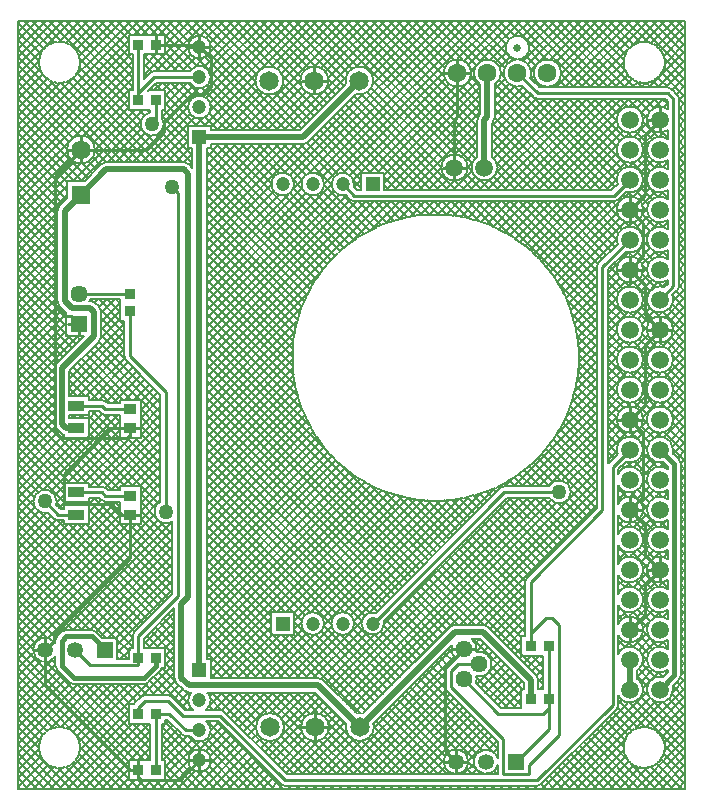
<source format=gtl>
G04*
G04 #@! TF.GenerationSoftware,Altium Limited,Altium Designer,20.2.3 (150)*
G04*
G04 Layer_Physical_Order=1*
G04 Layer_Color=255*
%FSLAX25Y25*%
%MOIN*%
G70*
G04*
G04 #@! TF.SameCoordinates,F15F1335-3D0F-4216-8B18-0C41FCBFB515*
G04*
G04*
G04 #@! TF.FilePolarity,Positive*
G04*
G01*
G75*
%ADD13C,0.01000*%
%ADD14R,0.03543X0.03740*%
%ADD15R,0.03740X0.03543*%
%ADD16R,0.03937X0.03543*%
%ADD17R,0.05512X0.03543*%
%ADD37C,0.00800*%
%ADD38C,0.02000*%
%ADD39C,0.01500*%
%ADD40C,0.05693*%
%ADD41R,0.05693X0.05693*%
%ADD42C,0.04724*%
%ADD43R,0.04724X0.04724*%
%ADD44R,0.04724X0.04724*%
%ADD45C,0.06496*%
%ADD46C,0.05315*%
%ADD47R,0.05315X0.05315*%
%ADD48C,0.05941*%
%ADD49C,0.02559*%
%ADD50C,0.06319*%
%ADD51C,0.05909*%
%ADD52R,0.06496X0.06496*%
%ADD53C,0.05669*%
%ADD54C,0.05000*%
D13*
X214000Y262000D02*
Y265970D01*
X210030Y262000D02*
X214000D01*
Y258030D02*
Y262000D01*
Y192000D02*
X217970D01*
X214000D02*
Y195970D01*
Y188030D02*
Y192000D01*
X210030D02*
X214000D01*
X204000Y232000D02*
Y235970D01*
Y232000D02*
X207970D01*
X204000Y228029D02*
Y232000D01*
X200029D02*
X204000D01*
Y212000D02*
X207970D01*
X204000D02*
Y215970D01*
Y208030D02*
Y212000D01*
X200029D02*
X204000D01*
X146500Y277500D02*
Y281660D01*
X142341Y277500D02*
X146500D01*
X150659D01*
X146500Y273341D02*
Y277500D01*
X145500Y246000D02*
X149455D01*
X145500D02*
Y249955D01*
Y242045D02*
Y246000D01*
X141545D02*
X145500D01*
X214000Y108029D02*
Y112000D01*
Y115971D01*
X210030Y112000D02*
X214000D01*
X204000Y162000D02*
Y165971D01*
Y162000D02*
X207970D01*
X204000Y158029D02*
Y162000D01*
X200029D02*
X204000D01*
Y132000D02*
X207970D01*
X204000D02*
Y135970D01*
Y128030D02*
Y132000D01*
Y92000D02*
Y95970D01*
Y92000D02*
X207970D01*
X204000Y88029D02*
Y92000D01*
X148650Y85500D02*
X152484D01*
X144815D02*
X148650D01*
X146000Y47961D02*
X149657D01*
X146000D02*
Y51618D01*
X142342Y47961D02*
X146000D01*
Y44303D02*
Y47961D01*
X98803Y275000D02*
Y279248D01*
Y275000D02*
X103051D01*
X94555D02*
X98803D01*
Y270752D02*
Y275000D01*
X60500Y286142D02*
Y289504D01*
Y286142D02*
X63862D01*
X60500Y282780D02*
Y286142D01*
X57138D02*
X60500D01*
X46000Y287000D02*
X48772D01*
X46000Y284130D02*
Y287000D01*
Y289870D01*
X21000Y252000D02*
Y256248D01*
Y252000D02*
X25248D01*
X16752D02*
X21000D01*
Y247752D02*
Y252000D01*
X37500Y159180D02*
X40468D01*
X37500Y156409D02*
Y159180D01*
X34532D02*
X37500D01*
X20366Y190154D02*
Y194000D01*
X16520D02*
X20366D01*
X99000Y59500D02*
X103248D01*
X99000D02*
Y63748D01*
Y55252D02*
Y59500D01*
X94752D02*
X99000D01*
X60500Y48358D02*
Y51720D01*
X57138Y48358D02*
X60500D01*
X63862D01*
X60500Y44996D02*
Y48358D01*
X34532Y130260D02*
X37500D01*
X40468D01*
X37500Y127488D02*
Y130260D01*
X9059Y85226D02*
Y88884D01*
X40094Y45235D02*
Y48105D01*
Y42364D02*
Y45235D01*
X37323D02*
X40094D01*
X9059Y81568D02*
Y85226D01*
X5401D02*
X9059D01*
X60000Y287000D02*
X60679Y286321D01*
X64400Y282600D01*
X12200Y200000D02*
Y243200D01*
Y158000D02*
Y200000D01*
X27100Y155900D02*
X30380Y159180D01*
X15200Y144000D02*
X27100Y155900D01*
X36400D01*
X14300D02*
X27100D01*
X171000Y90700D02*
Y107900D01*
Y86500D02*
Y90700D01*
X176906Y66000D02*
Y69000D01*
Y58866D02*
Y66000D01*
X23981Y80304D02*
X40094D01*
X12200Y200000D02*
X15547Y196653D01*
X17713D01*
X20366Y194000D01*
X37500Y157000D02*
Y159180D01*
X36400Y155900D02*
X37500Y157000D01*
X12200Y158000D02*
X14300Y155900D01*
X12200Y243200D02*
X21000Y252000D01*
X64400Y272800D02*
Y282600D01*
X62000Y270400D02*
X64400Y272800D01*
X58000Y270400D02*
X62000D01*
X48783Y261183D02*
X58000Y270400D01*
X48783Y258000D02*
Y261183D01*
X42783Y252000D02*
X48783Y258000D01*
X21000Y252000D02*
X42783D01*
X60500Y286142D02*
X60679Y286321D01*
X46000Y287000D02*
X60000D01*
X146500Y262700D02*
Y277500D01*
X145500Y261700D02*
X146500Y262700D01*
X145500Y246000D02*
Y261700D01*
X209000Y257000D02*
X214000Y262000D01*
X209000Y237000D02*
Y257000D01*
X204000Y232000D02*
X209000Y237000D01*
X142315Y79165D02*
X148650Y85500D01*
X142315Y51646D02*
Y79165D01*
Y51646D02*
X146000Y47961D01*
X9000Y134700D02*
X13440Y130260D01*
X19500D01*
X51400Y239500D02*
X53400Y237500D01*
Y103100D02*
Y237500D01*
X40094Y89794D02*
X53400Y103100D01*
X40094Y82500D02*
Y89794D01*
Y268500D02*
Y271000D01*
X45236Y276142D01*
X60500D01*
X166500Y277500D02*
X173200Y270800D01*
X216600D01*
X218500Y268900D01*
Y206500D02*
Y268900D01*
X214000Y202000D02*
X218500Y206500D01*
X108252Y240500D02*
X112152Y236600D01*
X198600D01*
X204000Y242000D01*
X162152Y137900D02*
X180400D01*
X118252Y94000D02*
X162152Y137900D01*
X194800Y212800D02*
X204000Y222000D01*
X194800Y131700D02*
Y212800D01*
X171000Y107900D02*
X194800Y131700D01*
X37500Y115814D02*
Y130260D01*
X11971Y90285D02*
X37500Y115814D01*
X11971Y88138D02*
Y90285D01*
X9059Y85226D02*
X11971Y88138D01*
X166000Y47961D02*
X176906Y58866D01*
X40094Y63867D02*
Y66000D01*
X42394Y68300D01*
X49900D01*
X54900Y63300D01*
X67500D01*
X88997Y41803D01*
X173103D01*
X198200Y66900D01*
Y146200D01*
X204000Y152000D01*
X174906Y64000D02*
X176906Y66000D01*
X160150Y64000D02*
X174906D01*
X148650Y75500D02*
X160150Y64000D01*
X146700Y80500D02*
X153650D01*
X144315Y78115D02*
X146700Y80500D01*
X144315Y72885D02*
Y78115D01*
Y72885D02*
X161800Y55400D01*
Y43803D02*
Y55400D01*
Y43803D02*
X170200D01*
Y46800D01*
X180200Y56800D01*
Y93500D01*
X178000Y95700D02*
X180200Y93500D01*
X176000Y95700D02*
X178000D01*
X171000Y90700D02*
X176000Y95700D01*
X9059Y73376D02*
Y85226D01*
Y73376D02*
X37200Y45235D01*
X40094D01*
X46000Y261800D02*
Y268500D01*
X44700Y260500D02*
X46000Y261800D01*
X37402Y183098D02*
Y198094D01*
Y183098D02*
X49400Y171100D01*
Y131300D02*
Y171100D01*
X209000Y107000D02*
X214000Y112000D01*
X209000Y97000D02*
Y107000D01*
X204000Y92000D02*
X209000Y97000D01*
X204000Y132000D02*
X209000Y127000D01*
Y117000D02*
Y127000D01*
Y117000D02*
X214000Y112000D01*
X204000Y212000D02*
X209000Y207000D01*
Y197000D02*
Y207000D01*
Y197000D02*
X214000Y192000D01*
X209000Y187000D02*
X214000Y192000D01*
X209000Y167000D02*
Y187000D01*
X204000Y162000D02*
X209000Y167000D01*
X204000Y212000D02*
X208500Y216500D01*
Y227500D01*
X204000Y232000D02*
X208500Y227500D01*
X40094Y43000D02*
Y45235D01*
Y43000D02*
X41294Y41800D01*
X53942D01*
X60500Y48358D01*
X19059Y85226D02*
X23981Y80304D01*
X40094D02*
Y82500D01*
X204000Y132000D02*
X208500Y136500D01*
Y157500D01*
X204000Y162000D02*
X208500Y157500D01*
X34700Y130260D02*
X37500D01*
X31160Y133800D02*
X34700Y130260D01*
X16400Y133800D02*
X31160D01*
X15200Y135000D02*
X16400Y133800D01*
X15200Y135000D02*
Y144000D01*
X30380Y159180D02*
X37500D01*
X176906Y69000D02*
Y86500D01*
X20366Y204000D02*
X37402D01*
X55909Y58358D02*
X60500D01*
X50400Y63867D02*
X55909Y58358D01*
X46000Y63867D02*
X50400D01*
X46000Y45235D02*
Y63867D01*
X40094Y271000D02*
Y287000D01*
X29081Y165480D02*
X37500D01*
X27900Y166661D02*
X29081Y165480D01*
X19500Y166661D02*
X27900D01*
X29081Y136559D02*
X37500D01*
X27900Y137740D02*
X29081Y136559D01*
X19500Y137740D02*
X27900D01*
D14*
X40094Y287000D02*
D03*
X46000D02*
D03*
X40094Y268500D02*
D03*
X46000D02*
D03*
Y45235D02*
D03*
X40094D02*
D03*
Y82500D02*
D03*
X46000D02*
D03*
Y63867D02*
D03*
X40094D02*
D03*
X176906Y69000D02*
D03*
X171000D02*
D03*
Y86500D02*
D03*
X176906D02*
D03*
D15*
X37402Y204000D02*
D03*
Y198094D02*
D03*
D16*
X37500Y159180D02*
D03*
Y165480D02*
D03*
Y130260D02*
D03*
Y136559D02*
D03*
D17*
X19500Y159180D02*
D03*
Y166661D02*
D03*
Y130260D02*
D03*
Y137740D02*
D03*
D37*
X220400Y268900D02*
G03*
X219844Y270244I-1900J0D01*
G01*
X220400Y268900D02*
G03*
X219841Y270246I-1900J0D01*
G01*
X217946Y272141D02*
G03*
X216600Y272700I-1346J-1341D01*
G01*
X217944Y272144D02*
G03*
X216600Y272700I-1343J-1343D01*
G01*
Y255513D02*
G03*
X216600Y248487I-2600J-3513D01*
G01*
Y265513D02*
G03*
X216600Y258487I-2600J-3513D01*
G01*
Y245513D02*
G03*
X216600Y238487I-2600J-3513D01*
G01*
X208370Y262000D02*
G03*
X208370Y262000I-4371J0D01*
G01*
Y252000D02*
G03*
X208370Y252000I-4371J0D01*
G01*
Y242000D02*
G03*
X199873Y240560I-4371J0D01*
G01*
X202560Y237873D02*
G03*
X208370Y242000I1440J4127D01*
G01*
X219844Y205156D02*
G03*
X220400Y206500I-1343J1343D01*
G01*
X216600Y235513D02*
G03*
X216600Y228487I-2600J-3513D01*
G01*
Y225513D02*
G03*
X216600Y218487I-2600J-3513D01*
G01*
X219841Y205154D02*
G03*
X220400Y206500I-1341J1346D01*
G01*
X218371Y202000D02*
G03*
X218127Y203440I-4371J0D01*
G01*
X216600Y215513D02*
G03*
X216600Y208487I-2600J-3513D01*
G01*
X215440Y206127D02*
G03*
X218371Y202000I-1440J-4127D01*
G01*
Y182000D02*
G03*
X218371Y182000I-4371J0D01*
G01*
Y192000D02*
G03*
X218371Y192000I-4371J0D01*
G01*
Y172000D02*
G03*
X218371Y172000I-4371J0D01*
G01*
X202560Y217873D02*
G03*
X208370Y222000I1440J4127D01*
G01*
Y232000D02*
G03*
X208370Y232000I-4371J0D01*
G01*
Y222000D02*
G03*
X199873Y220560I-4371J0D01*
G01*
X208370Y212000D02*
G03*
X208370Y212000I-4371J0D01*
G01*
Y202000D02*
G03*
X208370Y202000I-4371J0D01*
G01*
Y192000D02*
G03*
X208370Y192000I-4371J0D01*
G01*
Y182000D02*
G03*
X208370Y182000I-4371J0D01*
G01*
Y172000D02*
G03*
X208370Y172000I-4371J0D01*
G01*
X181059Y277500D02*
G03*
X181059Y277500I-4559J0D01*
G01*
X166748Y282053D02*
G03*
X170459Y286004I-248J3951D01*
G01*
X171059Y277500D02*
G03*
X166748Y282053I-4559J0D01*
G01*
X170459Y286004D02*
G03*
X166252Y282053I-3959J0D01*
G01*
X170774Y275913D02*
G03*
X171059Y277500I-4274J1587D01*
G01*
X158900Y273623D02*
G03*
X161059Y277500I-2400J3877D01*
G01*
X166252Y282053D02*
G03*
X168087Y273226I248J-4553D01*
G01*
X198600Y234700D02*
G03*
X199946Y235259I0J1900D01*
G01*
X198600Y234700D02*
G03*
X199943Y235257I0J1900D01*
G01*
X171854Y269459D02*
G03*
X173200Y268900I1346J1341D01*
G01*
X171856Y269457D02*
G03*
X173200Y268900I1343J1343D01*
G01*
X158197Y261003D02*
G03*
X158900Y262700I-1697J1697D01*
G01*
X158197Y261003D02*
G03*
X158900Y262700I-1697J1697D01*
G01*
X161059Y277500D02*
G03*
X154100Y273623I-4559J0D01*
G01*
X151059Y277500D02*
G03*
X151059Y277500I-4559J0D01*
G01*
X153803Y263397D02*
G03*
X153100Y261700I1697J-1697D01*
G01*
X153803Y263397D02*
G03*
X153100Y261700I1697J-1697D01*
G01*
X159855Y246000D02*
G03*
X157900Y249634I-4355J0D01*
G01*
X153100D02*
G03*
X159855Y246000I2400J-3634D01*
G01*
X149855D02*
G03*
X149855Y246000I-4355J0D01*
G01*
X193459Y214146D02*
G03*
X192900Y212800I1341J-1346D01*
G01*
X193456Y214143D02*
G03*
X192900Y212800I1343J-1343D01*
G01*
X218211Y150830D02*
G03*
X218371Y152000I-4211J1170D01*
G01*
X220950Y147200D02*
G03*
X220320Y148720I-2150J0D01*
G01*
X220950Y147200D02*
G03*
X220320Y148720I-2150J0D01*
G01*
X218371Y162000D02*
G03*
X218371Y162000I-4371J0D01*
G01*
Y152000D02*
G03*
X215170Y147789I-4371J0D01*
G01*
X216650Y145475D02*
G03*
X216650Y138525I-2650J-3475D01*
G01*
Y135475D02*
G03*
X216650Y128525I-2650J-3475D01*
G01*
Y125475D02*
G03*
X216650Y118525I-2650J-3475D01*
G01*
Y105475D02*
G03*
X216650Y98525I-2650J-3475D01*
G01*
Y115475D02*
G03*
X216650Y108525I-2650J-3475D01*
G01*
X208370Y162000D02*
G03*
X208370Y162000I-4371J0D01*
G01*
X202560Y147873D02*
G03*
X208370Y152000I1440J4127D01*
G01*
D02*
G03*
X199873Y150560I-4371J0D01*
G01*
X208370Y142000D02*
G03*
X200100Y143973I-4371J0D01*
G01*
Y140027D02*
G03*
X208370Y142000I3900J1973D01*
G01*
Y132000D02*
G03*
X200100Y133973I-4371J0D01*
G01*
Y130027D02*
G03*
X208370Y132000I3900J1973D01*
G01*
X200100Y120027D02*
G03*
X208370Y122000I3900J1973D01*
G01*
Y112000D02*
G03*
X200100Y113973I-4371J0D01*
G01*
X208370Y122000D02*
G03*
X200100Y123973I-4371J0D01*
G01*
Y110027D02*
G03*
X208370Y112000I3900J1973D01*
G01*
Y102000D02*
G03*
X200100Y103973I-4371J0D01*
G01*
X220320Y75280D02*
G03*
X220950Y76800I-1520J1520D01*
G01*
X220320Y75280D02*
G03*
X220950Y76800I-1520J1520D01*
G01*
X216650Y95475D02*
G03*
X216650Y88525I-2650J-3475D01*
G01*
Y85475D02*
G03*
X216650Y78525I-2650J-3475D01*
G01*
X218371Y72000D02*
G03*
X218211Y73170I-4371J0D01*
G01*
X215170Y76211D02*
G03*
X218371Y72000I-1170J-4211D01*
G01*
X200100Y100027D02*
G03*
X208370Y102000I3900J1973D01*
G01*
Y92000D02*
G03*
X200100Y93973I-4371J0D01*
G01*
Y90027D02*
G03*
X208370Y92000I3900J1973D01*
G01*
Y82000D02*
G03*
X200100Y83973I-4371J0D01*
G01*
X206400Y78347D02*
G03*
X208370Y82000I-2400J3652D01*
G01*
Y72000D02*
G03*
X206400Y75652I-4371J0D01*
G01*
X200100Y70027D02*
G03*
X208370Y72000I3900J1973D01*
G01*
X199541Y65554D02*
G03*
X200100Y66900I-1341J1346D01*
G01*
X199543Y65557D02*
G03*
X200100Y66900I-1343J1343D01*
G01*
X176994Y136000D02*
G03*
X184300Y137900I3406J1900D01*
G01*
D02*
G03*
X176994Y139800I-3900J0D01*
G01*
X162152D02*
G03*
X160809Y139243I0J-1900D01*
G01*
X162152Y139800D02*
G03*
X160806Y139241I0J-1900D01*
G01*
X169659Y109246D02*
G03*
X169100Y107900I1341J-1346D01*
G01*
X169657Y109244D02*
G03*
X169100Y107900I1343J-1343D01*
G01*
X156697Y92897D02*
G03*
X155000Y93600I-1697J-1697D01*
G01*
X156697Y92897D02*
G03*
X155000Y93600I-1697J-1697D01*
G01*
X145700D02*
G03*
X144003Y92897I0J-2400D01*
G01*
X145700Y93600D02*
G03*
X144003Y92897I0J-2400D01*
G01*
X122014Y94000D02*
G03*
X121892Y94953I-3762J0D01*
G01*
X173400Y75200D02*
G03*
X172697Y76897I-2400J0D01*
G01*
X173400Y75200D02*
G03*
X172697Y76897I-2400J0D01*
G01*
X152798Y84648D02*
G03*
X152884Y85500I-4148J852D01*
G01*
X157884Y80500D02*
G03*
X152798Y84648I-4235J0D01*
G01*
Y76352D02*
G03*
X157884Y80500I852J4148D01*
G01*
X152884Y75500D02*
G03*
X152798Y76352I-4235J0D01*
G01*
X152669Y74168D02*
G03*
X152884Y75500I-4019J1333D01*
G01*
X173103Y39903D02*
G03*
X174449Y40462I0J1900D01*
G01*
X173103Y39903D02*
G03*
X174446Y40459I0J1900D01*
G01*
X152884Y85500D02*
G03*
X151303Y88800I-4235J0D01*
G01*
X159900Y49080D02*
G03*
X159900Y46841I-3900J-1119D01*
G01*
X150057Y47961D02*
G03*
X150057Y47961I-4058J0D01*
G01*
X144586Y86692D02*
G03*
X145943Y82243I4063J-1192D01*
G01*
D02*
G03*
X145357Y81844I757J-1743D01*
G01*
X145943Y82243D02*
G03*
X145354Y81841I757J-1743D01*
G01*
X142974Y79461D02*
G03*
X142415Y78115I1341J-1346D01*
G01*
X142971Y79458D02*
G03*
X142415Y78115I1343J-1343D01*
G01*
Y72885D02*
G03*
X142971Y71542I1900J0D01*
G01*
X142415Y72885D02*
G03*
X142974Y71539I1900J0D01*
G01*
X118648Y59500D02*
G03*
X118512Y60618I-4648J0D01*
G01*
X118451Y275000D02*
G03*
X109292Y273882I-4648J0D01*
G01*
X112686Y270488D02*
G03*
X118451Y275000I1118J4512D01*
G01*
X103451D02*
G03*
X103451Y275000I-4648J0D01*
G01*
X88451D02*
G03*
X88451Y275000I-4648J0D01*
G01*
X64262Y276142D02*
G03*
X57253Y278042I-3762J0D01*
G01*
Y274242D02*
G03*
X64262Y276142I3247J1900D01*
G01*
Y286142D02*
G03*
X64262Y286142I-3762J0D01*
G01*
Y266142D02*
G03*
X64262Y266142I-3762J0D01*
G01*
X48600Y260500D02*
G03*
X47900Y262729I-3900J0D01*
G01*
X44100Y264354D02*
G03*
X48600Y260500I600J-3854D01*
G01*
X94945Y253742D02*
G03*
X96642Y254445I0J2400D01*
G01*
X94945Y253742D02*
G03*
X96642Y254445I0J2400D01*
G01*
X112014Y240500D02*
G03*
X109205Y236860I-3762J0D01*
G01*
X111892Y239547D02*
G03*
X112014Y240500I-3640J953D01*
G01*
X102014D02*
G03*
X102014Y240500I-3762J0D01*
G01*
X110806Y235259D02*
G03*
X112152Y234700I1346J1341D01*
G01*
X110809Y235257D02*
G03*
X112152Y234700I1343J1343D01*
G01*
X92014Y240500D02*
G03*
X92014Y240500I-3762J0D01*
G01*
X56997Y247097D02*
G03*
X55300Y247800I-1697J-1697D01*
G01*
X56997Y247097D02*
G03*
X55300Y247800I-1697J-1697D01*
G01*
X45236Y278042D02*
G03*
X43890Y277483I0J-1900D01*
G01*
X45236Y278042D02*
G03*
X43893Y277485I0J-1900D01*
G01*
X29400Y247800D02*
G03*
X27703Y247097I0J-2400D01*
G01*
X29400Y247800D02*
G03*
X27703Y247097I0J-2400D01*
G01*
X25648Y252000D02*
G03*
X25648Y252000I-4648J0D01*
G01*
X13823Y233217D02*
G03*
X13120Y231520I1697J-1697D01*
G01*
X13823Y233217D02*
G03*
X13120Y231520I1697J-1697D01*
G01*
X35502Y183098D02*
G03*
X36061Y181752I1900J0D01*
G01*
X35502Y183098D02*
G03*
X36058Y181755I1900J0D01*
G01*
X23837Y201553D02*
G03*
X24164Y202100I-3471J2447D01*
G01*
X25844Y200851D02*
G03*
X24147Y201553I-1697J-1697D01*
G01*
X25844Y200851D02*
G03*
X24147Y201553I-1697J-1697D01*
G01*
X27700Y198000D02*
G03*
X26997Y199697I-2400J0D01*
G01*
X27700Y198000D02*
G03*
X26997Y199697I-2400J0D01*
G01*
Y188003D02*
G03*
X27700Y189700I-1697J1697D01*
G01*
X26997Y188003D02*
G03*
X27700Y189700I-1697J1697D01*
G01*
X29246Y168001D02*
G03*
X27900Y168561I-1346J-1341D01*
G01*
X29243Y168004D02*
G03*
X27900Y168561I-1343J-1343D01*
G01*
X27735Y164139D02*
G03*
X29081Y163580I1346J1341D01*
G01*
X27738Y164136D02*
G03*
X29081Y163580I1343J1343D01*
G01*
X13120Y201634D02*
G03*
X13823Y199937I2400J0D01*
G01*
X13120Y201634D02*
G03*
X13823Y199937I2400J0D01*
G01*
X13003Y180797D02*
G03*
X12300Y179100I1697J-1697D01*
G01*
X13003Y180797D02*
G03*
X12300Y179100I1697J-1697D01*
G01*
Y160480D02*
G03*
X13003Y158783I2400J0D01*
G01*
X12300Y160480D02*
G03*
X13003Y158783I2400J0D01*
G01*
X14303Y157483D02*
G03*
X15344Y156872I1697J1697D01*
G01*
X14303Y157483D02*
G03*
X15344Y156872I1697J1697D01*
G01*
X119205Y97640D02*
G03*
X122014Y94000I-953J-3640D01*
G01*
X102014D02*
G03*
X102014Y94000I-3762J0D01*
G01*
X112014D02*
G03*
X112014Y94000I-3762J0D01*
G01*
X101797Y75097D02*
G03*
X100100Y75800I-1697J-1697D01*
G01*
X101797Y75097D02*
G03*
X100100Y75800I-1697J-1697D01*
G01*
X47500Y134706D02*
G03*
X51500Y128014I1900J-3406D01*
G01*
X52100Y76000D02*
G03*
X52803Y74303I2400J0D01*
G01*
X52100Y76000D02*
G03*
X52803Y74303I2400J0D01*
G01*
X115118Y64012D02*
G03*
X112882Y64012I-1118J-4512D01*
G01*
X103648Y59500D02*
G03*
X103648Y59500I-4648J0D01*
G01*
X109488Y60618D02*
G03*
X118648Y59500I4512J-1118D01*
G01*
X88648D02*
G03*
X88648Y59500I-4648J0D01*
G01*
X87653Y40459D02*
G03*
X88997Y39903I1343J1343D01*
G01*
X87651Y40462D02*
G03*
X88997Y39903I1346J1341D01*
G01*
X64262Y68358D02*
G03*
X63179Y71000I-3762J0D01*
G01*
X68844Y64644D02*
G03*
X67500Y65200I-1343J-1343D01*
G01*
X68846Y64641D02*
G03*
X67500Y65200I-1346J-1341D01*
G01*
X64262Y58358D02*
G03*
X62714Y61400I-3762J0D01*
G01*
X55403Y71703D02*
G03*
X57100Y71000I1697J1697D01*
G01*
X55403Y71703D02*
G03*
X57100Y71000I1697J1697D01*
G01*
X57821D02*
G03*
X58455Y65200I2679J-2642D01*
G01*
X62545D02*
G03*
X64262Y68358I-2045J3158D01*
G01*
X57253Y56458D02*
G03*
X64262Y58358I3247J1900D01*
G01*
X54563Y57017D02*
G03*
X55909Y56458I1346J1341D01*
G01*
X54566Y57015D02*
G03*
X55909Y56458I1343J1343D01*
G01*
X64262Y48358D02*
G03*
X64262Y48358I-3762J0D01*
G01*
X29243Y139084D02*
G03*
X27900Y139640I-1343J-1343D01*
G01*
X29246Y139081D02*
G03*
X27900Y139640I-1346J-1341D01*
G01*
X27738Y135215D02*
G03*
X29081Y134659I1343J1343D01*
G01*
X27735Y135218D02*
G03*
X29081Y134659I1346J1341D01*
G01*
X26105Y91220D02*
G03*
X24585Y91850I-1520J-1520D01*
G01*
X38754Y91141D02*
G03*
X38194Y89794I1341J-1346D01*
G01*
X38751Y91138D02*
G03*
X38194Y89794I1343J-1343D01*
G01*
X26105Y91220D02*
G03*
X24585Y91850I-1520J-1520D01*
G01*
X12752Y133635D02*
G03*
X12900Y134700I-3752J1065D01*
G01*
D02*
G03*
X10065Y130948I-3900J0D01*
G01*
X12097Y128916D02*
G03*
X13440Y128360I1343J1343D01*
G01*
X12094Y128919D02*
G03*
X13440Y128360I1346J1341D01*
G01*
X16000Y91850D02*
G03*
X14480Y91220I0J-2150D01*
G01*
X16000Y91850D02*
G03*
X14480Y91220I0J-2150D01*
G01*
X13080Y89820D02*
G03*
X12450Y88300I1520J-1520D01*
G01*
X13080Y89820D02*
G03*
X12450Y88300I1520J-1520D01*
G01*
Y87454D02*
G03*
X12450Y82998I-3391J-2228D01*
G01*
X47520Y78480D02*
G03*
X48007Y79230I-1520J1520D01*
G01*
X47520Y78480D02*
G03*
X48007Y79230I-1520J1520D01*
G01*
X51244Y69643D02*
G03*
X49900Y70200I-1343J-1343D01*
G01*
X41900Y73750D02*
G03*
X43420Y74380I0J2150D01*
G01*
X41900Y73750D02*
G03*
X43420Y74380I0J2150D01*
G01*
X51246Y69641D02*
G03*
X49900Y70200I-1346J-1341D01*
G01*
X42394D02*
G03*
X41048Y69641I0J-1900D01*
G01*
X42394Y70200D02*
G03*
X41051Y69643I0J-1900D01*
G01*
X12450Y80000D02*
G03*
X13080Y78480I2150J0D01*
G01*
X12450Y80000D02*
G03*
X13080Y78480I2150J0D01*
G01*
X17180Y74380D02*
G03*
X18700Y73750I1520J1520D01*
G01*
X17180Y74380D02*
G03*
X18700Y73750I1520J1520D01*
G01*
X216946Y295000D02*
X222500Y289446D01*
X214306Y285017D02*
X222500Y293211D01*
X219774Y295000D02*
X222500Y292274D01*
X215552Y280606D02*
X222500Y287554D01*
X215428Y282376D02*
X222500Y275303D01*
X215249Y283132D02*
X222500Y290382D01*
X212939Y286479D02*
X221461Y295000D01*
X214117D02*
X222500Y286617D01*
X211117Y287484D02*
X218632Y295000D01*
X210475Y272700D02*
X222500Y284725D01*
X213303Y272700D02*
X222500Y281897D01*
X211289Y295000D02*
X222500Y283789D01*
X218173Y271914D02*
X222500Y276240D01*
X219588Y270499D02*
X222500Y273412D01*
X220400Y268483D02*
X222500Y270583D01*
X220400Y268918D02*
X222500Y266818D01*
X215390Y279585D02*
X222500Y272475D01*
X216131Y272700D02*
X222500Y279069D01*
X214588Y277558D02*
X222500Y269647D01*
X217946Y272141D02*
X219841Y270246D01*
X215317Y282934D02*
X215525Y281888D01*
X215552Y281076D02*
Y281610D01*
X214827Y284187D02*
X215236Y283202D01*
X215552Y280543D02*
Y281076D01*
X215317Y279219D02*
X215525Y280265D01*
X214827Y277966D02*
X215236Y278951D01*
X210837Y287600D02*
X211822Y287192D01*
X212069Y287060D02*
X212955Y286468D01*
X209523Y287890D02*
X210569Y287682D01*
X214103Y285320D02*
X214696Y284434D01*
X213172Y286291D02*
X213926Y285537D01*
X213314Y276004D02*
X216618Y272700D01*
X214103Y276832D02*
X214696Y277719D01*
X214761Y268900D02*
X216600Y267061D01*
X215270Y266182D02*
X216600Y267512D01*
X215813Y268900D02*
X216600Y268113D01*
X213172Y275862D02*
X213926Y276616D01*
X212069Y275092D02*
X212955Y275685D01*
X210837Y274552D02*
X211822Y274960D01*
X211933Y268900D02*
X214490Y266343D01*
X211615Y274875D02*
X213790Y272700D01*
X220400Y257170D02*
X222500Y259269D01*
X220400Y257170D02*
X222500Y259269D01*
X220400Y260433D02*
X222500Y258333D01*
X220400Y254341D02*
X222500Y256441D01*
X220400Y254776D02*
X222500Y252676D01*
X220400Y257604D02*
X222500Y255504D01*
X220400Y266090D02*
X222500Y263990D01*
X220400Y262826D02*
X222500Y264926D01*
X220400Y265655D02*
X222500Y267755D01*
X220400Y259998D02*
X222500Y262098D01*
X220400Y263261D02*
X222500Y261161D01*
X220400Y243462D02*
X222500Y241362D01*
X220400Y240199D02*
X222500Y242299D01*
X220400Y243027D02*
X222500Y245127D01*
X220400Y237370D02*
X222500Y239471D01*
X220400Y237805D02*
X222500Y235705D01*
X220400Y240634D02*
X222500Y238534D01*
X220400Y251948D02*
X222500Y249848D01*
X220400Y248684D02*
X222500Y250784D01*
X220400Y251513D02*
X222500Y253613D01*
X220400Y246291D02*
X222500Y244191D01*
X220400Y249119D02*
X222500Y247019D01*
X216600Y265513D02*
Y268113D01*
X213944Y256370D02*
X215451Y257877D01*
X220400Y206500D02*
Y268900D01*
X216600Y255513D02*
Y258487D01*
X214667Y257681D02*
X216600Y255748D01*
X212276Y266016D02*
X215160Y268900D01*
X215831Y248031D02*
X216600Y247262D01*
X215113Y246226D02*
X216600Y247713D01*
X216186Y255784D02*
X216600Y256198D01*
Y245513D02*
Y248487D01*
X220400Y245856D02*
X222500Y247956D01*
X216600Y235513D02*
Y238487D01*
X213357Y247677D02*
X214724Y246310D01*
X211882Y245823D02*
X213699Y247640D01*
X214838Y237711D02*
X216600Y235948D01*
X213735Y236362D02*
X215159Y237786D01*
X208721Y287917D02*
X215804Y295000D01*
X208178Y287917D02*
X209245D01*
X206854Y287682D02*
X207900Y287890D01*
X208460Y295000D02*
X222500Y280960D01*
X205632Y295000D02*
X222500Y278132D01*
X205601Y287192D02*
X206586Y287600D01*
X202803Y295000D02*
X210011Y287793D01*
X204296Y286320D02*
X212976Y295000D01*
X199975D02*
X207220Y287755D01*
X185019Y272700D02*
X207319Y295000D01*
X187847Y272700D02*
X210147Y295000D01*
X183004D02*
X205304Y272700D01*
X209523Y274263D02*
X210569Y274471D01*
X208178Y274236D02*
X209245D01*
X206854Y274471D02*
X207900Y274263D01*
X209398D02*
X210961Y272700D01*
X207646D02*
X209182Y274236D01*
X206065Y274768D02*
X208133Y272700D01*
X204468Y275685D02*
X205354Y275092D01*
X205601Y274960D02*
X206586Y274552D01*
X204468Y286468D02*
X205354Y287060D01*
X173987Y272700D02*
X216600D01*
X204818D02*
X206656Y274538D01*
X197147Y295000D02*
X205193Y286953D01*
X203497Y285537D02*
X204251Y286291D01*
X194318Y295000D02*
X203639Y285679D01*
X203467Y285492D02*
X204296Y286320D01*
X202727Y284434D02*
X203320Y285320D01*
X191490Y295000D02*
X202510Y283980D01*
X185833Y295000D02*
X202403Y278430D01*
X190676Y272700D02*
X203467Y285492D01*
X188661Y295000D02*
X201898Y281763D01*
X182190Y272700D02*
X204490Y295000D01*
X180176D02*
X202476Y272700D01*
X202187Y283202D02*
X202595Y284187D01*
X202187Y278951D02*
X202595Y277966D01*
X201898Y281888D02*
X202106Y282934D01*
X203497Y276616D02*
X204251Y275862D01*
X201989Y272700D02*
X204771Y275482D01*
X202727Y277719D02*
X203320Y276832D01*
X201898Y280265D02*
X202106Y279219D01*
X199161Y272700D02*
X203309Y276848D01*
X201871Y280543D02*
Y281076D01*
X196332Y272700D02*
X202303Y278671D01*
X193504Y272700D02*
X201871Y281067D01*
X209104Y268900D02*
X212079Y265926D01*
X207722Y264291D02*
X212331Y268900D01*
X208369Y262109D02*
X209984Y263724D01*
X208300Y261219D02*
X213219Y256300D01*
X208141Y253396D02*
X212604Y257859D01*
X207416Y259274D02*
X211274Y255416D01*
X206276Y268900D02*
X210525Y264651D01*
X173200Y268900D02*
X215813D01*
X205270Y256182D02*
X209818Y260730D01*
X207049Y255132D02*
X210868Y258951D01*
X205831Y258032D02*
X210032Y253831D01*
X207990Y250216D02*
X212216Y245990D01*
X207644Y244413D02*
X211587Y248356D01*
X207644Y244413D02*
X211587Y248356D01*
X208328Y241392D02*
X213392Y236328D01*
X208088Y233544D02*
X212456Y237912D01*
X208360Y242301D02*
X210177Y244118D01*
X206763Y248614D02*
X210614Y244763D01*
X207504Y239388D02*
X211388Y235504D01*
X206186Y245784D02*
X210216Y249814D01*
X206945Y235229D02*
X210771Y239055D01*
X205966Y238097D02*
X210097Y233966D01*
X204143Y266368D02*
X206675Y268900D01*
X206312Y265709D02*
X209503Y268900D01*
X200619D02*
X203219Y266300D01*
X203448Y268900D02*
X209681Y262667D01*
X203357Y257677D02*
X204724Y256310D01*
X202276Y256016D02*
X203891Y257631D01*
X189305Y268900D02*
X202216Y255990D01*
X173446Y238500D02*
X203846Y268900D01*
X180820D02*
X203392Y246328D01*
X208310Y252724D02*
X209677Y251357D01*
X208123Y250549D02*
X209630Y252056D01*
X203944Y246370D02*
X205451Y247877D01*
X204838Y247711D02*
X209711Y242838D01*
X205114Y236226D02*
X209774Y240886D01*
X203586Y237649D02*
X204974Y236261D01*
X193245Y238500D02*
X202604Y247859D01*
X201882Y235823D02*
X203699Y237640D01*
X199946Y235259D02*
X202560Y237873D01*
X220400Y226492D02*
X222500Y224392D01*
X220400Y223228D02*
X222500Y225328D01*
X220400Y226057D02*
X222500Y228157D01*
X220400Y220400D02*
X222500Y222500D01*
X220400Y220835D02*
X222500Y218735D01*
X220400Y223663D02*
X222500Y221563D01*
X220400Y234977D02*
X222500Y232877D01*
X220400Y231714D02*
X222500Y233814D01*
X220400Y234542D02*
X222500Y236642D01*
X220400Y228885D02*
X222500Y230985D01*
X220400Y229320D02*
X222500Y227220D01*
X220400Y232149D02*
X222500Y230048D01*
X220400Y218006D02*
X222500Y215906D01*
X220400Y214743D02*
X222500Y216843D01*
X220400Y217571D02*
X222500Y219672D01*
X220400Y211915D02*
X222500Y214015D01*
X220400Y212350D02*
X222500Y210249D01*
X220400Y215178D02*
X222500Y213078D01*
X220400Y209521D02*
X222500Y207421D01*
X220382Y206240D02*
X222500Y208358D01*
X220400Y209086D02*
X222500Y211186D01*
X220400Y206693D02*
X222500Y204593D01*
X215966Y228097D02*
X216600Y227463D01*
X214952Y226266D02*
X216600Y227914D01*
X216057Y235856D02*
X216600Y236399D01*
Y215513D02*
Y218487D01*
X215003Y217746D02*
X216600Y216149D01*
Y225513D02*
Y228487D01*
X213586Y227649D02*
X214974Y226260D01*
X211274Y225416D02*
X213514Y227657D01*
X211519Y218402D02*
X213572Y216349D01*
X216600Y207287D02*
Y208487D01*
X216098Y208166D02*
X216600Y207664D01*
X215924Y215924D02*
X216600Y216600D01*
X218127Y203440D02*
X219841Y205154D01*
X214785Y206299D02*
X216600Y208115D01*
X213515Y216343D02*
X214893Y217722D01*
X215440Y206127D02*
X216600Y207287D01*
X213802Y207634D02*
X215247Y206189D01*
X218322Y201351D02*
X222500Y205529D01*
X218189Y203247D02*
X222500Y198936D01*
X219476Y204789D02*
X222500Y201764D01*
X218290Y192834D02*
X222500Y197044D01*
X218364Y191758D02*
X222500Y187622D01*
X218106Y200502D02*
X222500Y196107D01*
X217388Y194761D02*
X222500Y199873D01*
X216978Y198801D02*
X222500Y193279D01*
X215787Y195988D02*
X222500Y202701D01*
X214612Y186327D02*
X222500Y194216D01*
X215163Y197787D02*
X222500Y190451D01*
X217905Y183963D02*
X222500Y188559D01*
X218350Y181581D02*
X222500Y185730D01*
X217669Y189625D02*
X222500Y184794D01*
X217296Y174870D02*
X222500Y180073D01*
X217588Y169505D02*
X222500Y174417D01*
X218086Y183551D02*
X222500Y179137D01*
X216226Y188239D02*
X222500Y181965D01*
X217080Y178900D02*
X222500Y173480D01*
X216615Y185502D02*
X222500Y191387D01*
X216498Y165586D02*
X222500Y171588D01*
X215318Y177833D02*
X222500Y170651D01*
X213282Y196311D02*
X214649Y197678D01*
X214007Y187629D02*
X215551Y186086D01*
X215647Y176049D02*
X222500Y182902D01*
X212017Y198106D02*
X213758Y196364D01*
X218255Y173000D02*
X222500Y177245D01*
X218370Y171953D02*
X222500Y167823D01*
X218157Y180651D02*
X222500Y176308D01*
X217746Y169749D02*
X222500Y164995D01*
X217835Y164095D02*
X222500Y168760D01*
X214432Y166349D02*
X216495Y168412D01*
X212384Y177939D02*
X213953Y176370D01*
X213031Y176262D02*
X214419Y177650D01*
X208370Y181953D02*
X209939Y180384D01*
X214204Y167634D02*
X215904Y165934D01*
X208260Y232974D02*
X209649Y231586D01*
X208050Y230357D02*
X212357Y226050D01*
X208214Y230841D02*
X209638Y232265D01*
X208343Y222485D02*
X210584Y224726D01*
X207588Y219505D02*
X211505Y215588D01*
X208349Y221572D02*
X210402Y219519D01*
X206872Y228706D02*
X210706Y224872D01*
X207562Y224533D02*
X211468Y228438D01*
X206057Y225856D02*
X210144Y229943D01*
X205003Y227746D02*
X209746Y223003D01*
X204952Y216266D02*
X209735Y221048D01*
X208031Y213688D02*
X212312Y217969D01*
X208278Y211107D02*
X209657Y212485D01*
X208189Y213247D02*
X209634Y211802D01*
X208106Y210502D02*
X212502Y206106D01*
X208320Y202663D02*
X213337Y207680D01*
X207477Y204648D02*
X211352Y208523D01*
X206838Y215323D02*
X210677Y219162D01*
X206098Y218166D02*
X210166Y214098D01*
X205924Y205924D02*
X210076Y210076D01*
X206978Y208801D02*
X210801Y204978D01*
X205163Y207787D02*
X209787Y203163D01*
X201547Y236860D02*
X202357Y236050D01*
X203735Y226362D02*
X205158Y227786D01*
X201519Y228402D02*
X203572Y226349D01*
X196700Y212013D02*
X202560Y217873D01*
X180730Y206186D02*
X202456Y227911D01*
X203802Y217634D02*
X205247Y216189D01*
X203515Y206344D02*
X204893Y207722D01*
X202017Y208105D02*
X203758Y206364D01*
X201274Y215416D02*
X203515Y217657D01*
X201647Y216960D02*
X202502Y216106D01*
X196700Y202357D02*
X202312Y207969D01*
X207669Y199625D02*
X211625Y195669D01*
X207970Y193828D02*
X212172Y198030D01*
X208364Y201758D02*
X210105Y200017D01*
X208157Y190651D02*
X212651Y186157D01*
X208290Y182834D02*
X213166Y187710D01*
X207388Y184761D02*
X211239Y188612D01*
X206728Y195414D02*
X210586Y199272D01*
X206226Y198239D02*
X210239Y194226D01*
X205787Y185988D02*
X210012Y190213D01*
X207080Y188900D02*
X210900Y185080D01*
X205318Y187833D02*
X209833Y183318D01*
X207746Y179749D02*
X211749Y175746D01*
X207905Y173963D02*
X212037Y178095D01*
X208350Y171581D02*
X209738Y172969D01*
X208204Y170805D02*
X212805Y166204D01*
X208255Y163000D02*
X213000Y167745D01*
X207296Y164870D02*
X211130Y168704D01*
X206615Y175502D02*
X210498Y179385D01*
X206351Y178315D02*
X210315Y174351D01*
X205646Y166049D02*
X209951Y170353D01*
X207179Y169001D02*
X211001Y165180D01*
X205469Y167884D02*
X209884Y163469D01*
X204785Y196299D02*
X209701Y201215D01*
X208086Y193551D02*
X209630Y192007D01*
X204007Y197629D02*
X205551Y196086D01*
X208322Y191351D02*
X209689Y192718D01*
X203282Y186311D02*
X204648Y187678D01*
X202384Y187939D02*
X203953Y186370D01*
X196700Y191043D02*
X203337Y197680D01*
X196700Y202108D02*
X202651Y196157D01*
X196700Y182558D02*
X202172Y188030D01*
X204612Y176327D02*
X209673Y181388D01*
X204204Y177634D02*
X205904Y175934D01*
X207934Y173904D02*
X209634Y172204D01*
X203031Y166262D02*
X204419Y167650D01*
X202695Y167829D02*
X204156Y166368D01*
X196700Y171244D02*
X203166Y177710D01*
X196700Y182309D02*
X202805Y176204D01*
X196700Y162759D02*
X202037Y168095D01*
X196700Y170996D02*
X201876Y165820D01*
X179286Y281109D02*
X193177Y295000D01*
X180567Y279562D02*
X196005Y295000D01*
X177331Y281983D02*
X190348Y295000D01*
X177348D02*
X199648Y272700D01*
X179362D02*
X201662Y295000D01*
X181051Y277217D02*
X198833Y295000D01*
X170961Y278442D02*
X187520Y295000D01*
X171691D02*
X193991Y272700D01*
X170439Y286404D02*
X179034Y295000D01*
X168862D02*
X191162Y272700D01*
X174519Y295000D02*
X196819Y272700D01*
X166034Y295000D02*
X188334Y272700D01*
X201871Y281076D02*
Y281610D01*
X181047Y277159D02*
X185505Y272700D01*
X180338Y275039D02*
X182677Y272700D01*
X178916Y273633D02*
X179849Y272700D01*
X176771Y272949D02*
X177020Y272700D01*
X176533D02*
X176783Y272949D01*
X169632Y288426D02*
X176206Y295000D01*
X168473Y281610D02*
X181863Y295000D01*
X163205D02*
X176159Y282047D01*
X170051Y280360D02*
X184691Y295000D01*
X168032Y289655D02*
X173378Y295000D01*
X167537Y282183D02*
X167872Y281848D01*
X170339Y285038D02*
X174039Y281338D01*
X169322Y283227D02*
X172633Y279915D01*
X165338Y289789D02*
X170549Y295000D01*
X160377D02*
X165534Y289843D01*
X160633Y279427D02*
X164078Y282872D01*
X159398Y281020D02*
X162849Y284472D01*
X170848Y278872D02*
X171949Y277771D01*
X171018Y275669D02*
X172017Y276669D01*
X170827Y276064D02*
X174192Y272700D01*
X173846Y272841D02*
X174438Y273433D01*
X172432Y274255D02*
X172891Y274714D01*
X161032Y276997D02*
X161960Y277926D01*
X161057Y277349D02*
X162099Y276307D01*
X170774Y275913D02*
X173987Y272700D01*
X194962Y268900D02*
X200031Y263831D01*
X197791Y268900D02*
X201274Y265416D01*
X192134Y268900D02*
X199677Y261357D01*
X186477Y268900D02*
X200614Y254763D01*
X179103Y238500D02*
X200291Y259688D01*
X183649Y268900D02*
X199711Y252838D01*
X175163Y268900D02*
X200097Y243966D01*
X177992Y268900D02*
X201388Y245504D01*
X168030Y273205D02*
X199649Y241586D01*
X170618Y238500D02*
X201018Y268900D01*
X176275Y238500D02*
X199632Y261857D01*
X197813Y238500D02*
X199873Y240560D01*
X200132Y235445D02*
X200706Y234872D01*
X196074Y238500D02*
X199630Y242056D01*
X195221Y234700D02*
X200402Y229519D01*
X184760Y238500D02*
X199984Y253724D01*
X190417Y238500D02*
X200868Y248952D01*
X187588Y238500D02*
X199818Y250730D01*
X181931Y238500D02*
X201709Y258278D01*
X183907Y234700D02*
X198960Y219647D01*
X168087Y273226D02*
X171854Y269459D01*
X158900Y269209D02*
X163640Y273949D01*
X160415Y275163D02*
X197078Y238500D01*
X165307Y273099D02*
X198860Y239547D01*
X159038Y273712D02*
X194249Y238500D01*
X158900Y266380D02*
X165559Y273039D01*
X158900Y263552D02*
X168331Y272982D01*
X158900Y272037D02*
X162390Y275527D01*
X158900Y271021D02*
X191421Y238500D01*
X158900Y262700D02*
Y273623D01*
X159647Y247328D02*
X181219Y268900D01*
X167789Y238500D02*
X198189Y268900D01*
X162132Y238500D02*
X192532Y268900D01*
X164961Y238500D02*
X195361Y268900D01*
X159681Y244784D02*
X165965Y238500D01*
X159552Y244405D02*
X184047Y268900D01*
X159304Y238500D02*
X189704Y268900D01*
X159441Y247853D02*
X168794Y238500D01*
X158900Y268193D02*
X188593Y238500D01*
X158900Y265364D02*
X185764Y238500D01*
X157548Y295000D02*
X163723Y288826D01*
X157498Y281949D02*
X162715Y287166D01*
X154720Y295000D02*
X162679Y287041D01*
X151892Y295000D02*
X165064Y281827D01*
X154093Y281372D02*
X167721Y295000D01*
X150139Y280247D02*
X164892Y295000D01*
X146290Y282055D02*
X159235Y295000D01*
X148607Y281543D02*
X162064Y295000D01*
X143406D02*
X156349Y282057D01*
X146235Y295000D02*
X162205Y279030D01*
X149063Y295000D02*
X163308Y280755D01*
X140578Y295000D02*
X154163Y281415D01*
X157900Y260706D02*
X158197Y261003D01*
X157900Y256895D02*
X171159Y270154D01*
X157900Y254067D02*
X172780Y268947D01*
X157900Y259723D02*
X169745Y271568D01*
X148176Y273260D02*
X154100Y267336D01*
X145571Y273036D02*
X154100Y264507D01*
X157900Y251238D02*
X175562Y268900D01*
X154100Y263694D02*
Y273623D01*
X137750Y295000D02*
X152712Y280038D01*
X150994Y278273D02*
X152628Y279907D01*
X134921Y295000D02*
X148184Y281737D01*
X150737Y279184D02*
X151964Y277958D01*
X129264Y295000D02*
X143411Y280853D01*
X132093Y295000D02*
X145217Y281875D01*
X126436Y295000D02*
X142260Y279176D01*
X120779Y295000D02*
X153248Y262531D01*
X123607Y295000D02*
X142036Y276571D01*
X149853Y274411D02*
X154100Y270164D01*
X153803Y263397D02*
X154100Y263694D01*
X150875Y276217D02*
X154100Y272993D01*
X153100Y249634D02*
Y261700D01*
X147846Y249669D02*
X153100Y254923D01*
X145698Y250350D02*
X153100Y257752D01*
X158574Y249084D02*
X178390Y268900D01*
X158895Y262541D02*
X182936Y238500D01*
X157900Y249634D02*
Y260706D01*
X156476Y238500D02*
X186876Y268900D01*
X157901Y260707D02*
X180107Y238500D01*
X157900Y257879D02*
X177279Y238500D01*
X122534D02*
X154100Y270066D01*
X125363Y238500D02*
X154100Y267237D01*
X122014Y240808D02*
X154100Y272894D01*
X128191Y238500D02*
X154100Y264409D01*
X131020Y238500D02*
X153100Y260580D01*
X157900Y255050D02*
X174451Y238500D01*
X158647Y242990D02*
X163137Y238500D01*
X157900Y252222D02*
X171622Y238500D01*
X156924Y241885D02*
X160308Y238500D01*
X154105Y241875D02*
X157480Y238500D01*
X153647D02*
X157095Y241948D01*
X150819Y238500D02*
X154172Y241853D01*
X122014Y238500D02*
X197813D01*
X149292Y243859D02*
X154651Y238500D01*
X149238Y248233D02*
X153100Y252095D01*
X149855Y246021D02*
X151461Y247627D01*
X149853Y246127D02*
X151375Y244605D01*
X119811Y244262D02*
X152051Y276502D01*
X122014Y243637D02*
X152980Y274602D01*
X133848Y238500D02*
X141150Y245802D01*
X147990Y238500D02*
X152416Y242926D01*
X147934Y242389D02*
X151823Y238500D01*
X145836Y241658D02*
X148995Y238500D01*
X145162D02*
X151348Y244686D01*
X142333Y238500D02*
X145479Y241645D01*
X139829Y230338D02*
X144190Y234700D01*
X122014Y242853D02*
X126367Y238500D01*
X122014Y240025D02*
X123539Y238500D01*
X122014D02*
Y244262D01*
X139505Y238500D02*
X143267Y242262D01*
X136677Y238500D02*
X141831Y243654D01*
X200233Y215546D02*
X200801Y214978D01*
X198819Y214132D02*
X199787Y213163D01*
X198049Y234700D02*
X199746Y233003D01*
X196700Y210842D02*
X200584Y214726D01*
X197405Y212718D02*
X200106Y210017D01*
X196700Y208014D02*
X199734Y211048D01*
X189564Y234700D02*
X200166Y224098D01*
X192393Y234700D02*
X201505Y225588D01*
X186736Y234700D02*
X199634Y221802D01*
X181700Y204327D02*
X199638Y222265D01*
X193459Y214146D02*
X199873Y220560D01*
X181079Y234700D02*
X197546Y218233D01*
X196700Y199280D02*
X200900Y195080D01*
X196700Y193871D02*
X201352Y198523D01*
X196700Y196700D02*
X200076Y200076D01*
X196700Y196451D02*
X199833Y193318D01*
X196700Y193623D02*
X199939Y190384D01*
X196700Y188215D02*
X199701Y191215D01*
X196700Y210594D02*
X201625Y205669D01*
X196700Y205185D02*
X200676Y209162D01*
X196700Y207765D02*
X200239Y204226D01*
X196700Y199528D02*
X199656Y202485D01*
X196700Y204937D02*
X199629Y202007D01*
X182642Y202441D02*
X192900Y212699D01*
X184250Y198392D02*
X192900Y207042D01*
X184944Y196257D02*
X192900Y204214D01*
X183471Y200441D02*
X192900Y209871D01*
X180888Y205920D02*
X182538Y202681D01*
X182585Y202579D02*
X183976Y199221D01*
X180888Y205920D02*
X182538Y202681D01*
X179814Y207681D02*
X192900Y194595D01*
X182585Y202579D02*
X183976Y199221D01*
X185536Y194021D02*
X192900Y201385D01*
X186068Y191725D02*
X192900Y198557D01*
X185169Y195551D02*
X186017Y192016D01*
X186454Y189283D02*
X192900Y195728D01*
X186039Y191906D02*
X186608Y188316D01*
X186039Y191906D02*
X186608Y188316D01*
X184015Y199116D02*
X185138Y195659D01*
X185169Y195551D02*
X186017Y192016D01*
X184015Y199116D02*
X185138Y195659D01*
X184637Y197201D02*
X192900Y188938D01*
X182937Y201729D02*
X192900Y191766D01*
X196700Y190795D02*
X201749Y185746D01*
X196700Y185386D02*
X200586Y189272D01*
X196700Y187966D02*
X200315Y184351D01*
X186910Y184082D02*
X192900Y190071D01*
X196700Y185138D02*
X199634Y182203D01*
X186910Y181254D02*
X192900Y187243D01*
X185709Y193300D02*
X192900Y186109D01*
X186371Y189810D02*
X192900Y183281D01*
X186736Y186736D02*
X192900Y192900D01*
X186709Y178224D02*
X192900Y184415D01*
X186747Y186606D02*
X192900Y180453D01*
X196700Y176901D02*
X200012Y180213D01*
X196700Y179481D02*
X201001Y175180D01*
X196700Y179729D02*
X199689Y182718D01*
X196700Y174073D02*
X201239Y178612D01*
X196700Y165587D02*
X200498Y169385D01*
X196700Y176653D02*
X199884Y173469D01*
X196700Y173824D02*
X199829Y170695D01*
X196700Y168416D02*
X199673Y171388D01*
X186910Y183614D02*
X192900Y177624D01*
X196700Y168167D02*
X200396Y164472D01*
X182630Y162831D02*
X192900Y173101D01*
X186910Y182651D02*
Y184469D01*
Y182651D02*
Y184469D01*
X186621Y188205D02*
X186906Y184581D01*
X186910Y180833D02*
Y182651D01*
X186902Y180793D02*
X192900Y174796D01*
X186910Y180833D02*
Y182651D01*
X186621Y177098D02*
X186906Y180722D01*
X186621Y177098D02*
X186906Y180722D01*
X186621Y188205D02*
X186906Y184581D01*
X185571Y171429D02*
X192900Y178758D01*
X186289Y174976D02*
X192900Y181586D01*
X186705Y178163D02*
X192900Y171967D01*
X186039Y173396D02*
X186608Y176986D01*
X186039Y173396D02*
X186608Y176986D01*
X185999Y173211D02*
X192900Y166310D01*
X185452Y170930D02*
X192900Y163482D01*
X186395Y175644D02*
X192900Y169139D01*
X184428Y167457D02*
X192900Y175929D01*
X185169Y169751D02*
X186017Y173286D01*
X185169Y169751D02*
X186017Y173286D01*
X184015Y166186D02*
X185138Y169643D01*
X184015Y166186D02*
X185138Y169643D01*
X152202Y228570D02*
X158332Y234700D01*
X154341Y227880D02*
X161161Y234700D01*
X149927Y229123D02*
X155504Y234700D01*
X156430Y227140D02*
X163989Y234700D01*
X158430Y226312D02*
X166818Y234700D01*
X149966D02*
X158301Y226365D01*
X142543Y230224D02*
X147019Y234700D01*
X147584Y229609D02*
X152676Y234700D01*
X138653D02*
X143178Y230175D01*
X147138Y234700D02*
X153773Y228065D01*
X144309Y234700D02*
X149873Y229137D01*
X148588Y229445D02*
X152123Y228596D01*
X148588Y229445D02*
X152123Y228596D01*
X145142Y229995D02*
X149847Y234700D01*
X152231Y228566D02*
X155688Y227443D01*
X155793Y227404D02*
X159151Y226013D01*
X152231Y228566D02*
X155688Y227443D01*
X141481Y234700D02*
X146382Y229799D01*
X141153Y230334D02*
X144777Y230049D01*
X141153Y230334D02*
X144777Y230049D01*
X144888Y230036D02*
X148478Y229467D01*
X144888Y230036D02*
X148478Y229467D01*
X135824Y234700D02*
X140186Y230338D01*
X136970Y230309D02*
X141362Y234700D01*
X132996D02*
X137365Y230330D01*
X130567Y229562D02*
X135705Y234700D01*
X133900Y230067D02*
X138533Y234700D01*
X130167D02*
X134735Y230133D01*
X124510Y234700D02*
X129783Y229427D01*
X127339Y234700D02*
X132216Y229823D01*
X121682Y234700D02*
X127502Y228879D01*
X126915Y228738D02*
X132877Y234700D01*
X122807Y227458D02*
X130048Y234700D01*
X137406Y230338D02*
X141041D01*
X137406D02*
X141041D01*
X133670Y230049D02*
X137294Y230334D01*
X133670Y230049D02*
X137294Y230334D01*
X129968Y229467D02*
X133558Y230036D01*
X129968Y229467D02*
X133558Y230036D01*
X126323Y228596D02*
X129858Y229445D01*
X126323Y228596D02*
X129858Y229445D01*
X118853Y234700D02*
X125289Y228265D01*
X122758Y227443D02*
X126216Y228566D01*
X122758Y227443D02*
X126216Y228566D01*
X174812Y214410D02*
X195102Y234700D01*
X178251D02*
X196132Y216819D01*
X175422Y234700D02*
X194718Y215405D01*
X176115Y212884D02*
X197930Y234700D01*
X176115Y212884D02*
X197930Y234700D01*
X172594D02*
X193312Y213982D01*
X169765Y234700D02*
X192900Y211565D01*
X166937Y234700D02*
X192900Y208737D01*
X170537Y218620D02*
X186617Y234700D01*
X155623D02*
X192900Y197423D01*
X158451Y234700D02*
X192900Y200252D01*
X177356Y211297D02*
X200177Y234118D01*
X178546Y209659D02*
X199774Y230887D01*
X173444Y215870D02*
X192274Y234700D01*
X179655Y207940D02*
X200771Y229055D01*
X178934Y209117D02*
X180833Y206018D01*
X178934Y209117D02*
X180833Y206018D01*
X169011Y219923D02*
X183788Y234700D01*
X172030Y217285D02*
X189445Y234700D01*
X167391Y221131D02*
X180960Y234700D01*
X161280D02*
X192900Y203080D01*
X164108Y234700D02*
X192900Y205908D01*
X160352Y225406D02*
X169646Y234700D01*
X162226Y224451D02*
X172475Y234700D01*
X159253Y225966D02*
X162492Y224316D01*
X164000Y223397D02*
X175303Y234700D01*
X165747Y222316D02*
X178131Y234700D01*
X162590Y224261D02*
X165690Y222361D01*
X119295Y226013D02*
X122653Y227404D01*
X155793D02*
X159151Y226013D01*
X119295Y226013D02*
X122653Y227404D01*
X152795Y234700D02*
X164253Y223242D01*
X159253Y225966D02*
X162492Y224316D01*
X171658Y217656D02*
X174228Y215086D01*
X174304Y215004D02*
X176665Y212239D01*
X171658Y217656D02*
X174228Y215086D01*
X176735Y212151D02*
X178871Y209210D01*
X176735Y212151D02*
X178871Y209210D01*
X174304Y215004D02*
X176665Y212239D01*
X165783Y222299D02*
X168723Y220163D01*
X165783Y222299D02*
X168723Y220163D01*
X162590Y224261D02*
X165690Y222361D01*
X168812Y220093D02*
X171576Y217732D01*
X168812Y220093D02*
X171576Y217732D01*
X218204Y160805D02*
X222500Y156509D01*
X218214Y153160D02*
X222500Y157446D01*
X218366Y161797D02*
X222500Y165931D01*
X218368Y152156D02*
X222500Y148024D01*
X219876Y149165D02*
X222500Y151789D01*
X218461Y150579D02*
X222500Y154618D01*
X217934Y163904D02*
X222500Y159338D01*
X215501Y156104D02*
X222500Y163103D01*
X216351Y168315D02*
X222500Y162166D01*
X217179Y159001D02*
X222500Y153681D01*
X215469Y157884D02*
X222500Y150853D01*
X217201Y154976D02*
X222500Y160275D01*
X220950Y138926D02*
X222500Y140475D01*
X220950Y138260D02*
X222500Y136710D01*
X220950Y141089D02*
X222500Y139539D01*
X220950Y135432D02*
X222500Y133882D01*
X220950Y133269D02*
X222500Y134819D01*
X220950Y136097D02*
X222500Y137647D01*
X220950Y146746D02*
X222500Y145196D01*
X220950Y144582D02*
X222500Y146132D01*
X220940Y147401D02*
X222500Y148961D01*
X220950Y141754D02*
X222500Y143304D01*
X220950Y143917D02*
X222500Y142367D01*
X218211Y150830D02*
X220320Y148720D01*
X212759Y156191D02*
X214203Y157634D01*
X215170Y147789D02*
X216650Y146309D01*
X212695Y157829D02*
X214156Y156368D01*
X208368Y162156D02*
X209829Y160695D01*
X208366Y151797D02*
X209809Y153241D01*
X216650Y145475D02*
Y146309D01*
X216378Y145667D02*
X216650Y145939D01*
X214392Y147647D02*
X216361Y145678D01*
X216650Y135475D02*
Y138525D01*
X215352Y136156D02*
X216650Y137454D01*
X215615Y137939D02*
X216650Y136904D01*
X214246Y146364D02*
X215421Y147538D01*
X208355Y142370D02*
X209752Y140973D01*
X212973Y137752D02*
X214370Y136355D01*
X212456Y136089D02*
X213997Y137629D01*
X220950Y130440D02*
X222500Y131990D01*
X220950Y129775D02*
X222500Y128225D01*
X220950Y132604D02*
X222500Y131053D01*
Y39000D02*
Y295000D01*
X220950Y127612D02*
X222500Y129162D01*
X220950Y76800D02*
Y147200D01*
Y124783D02*
X222500Y126333D01*
X220950Y124118D02*
X222500Y122568D01*
X220950Y126947D02*
X222500Y125397D01*
X220950Y121290D02*
X222500Y119740D01*
X220950Y121955D02*
X222500Y123505D01*
X220950Y110641D02*
X222500Y112191D01*
X220950Y109976D02*
X222500Y108426D01*
X220950Y112804D02*
X222500Y111255D01*
X220950Y107148D02*
X222500Y105598D01*
X220950Y104984D02*
X222500Y106534D01*
X220950Y107813D02*
X222500Y109363D01*
X220950Y118461D02*
X222500Y116911D01*
X220950Y116298D02*
X222500Y117848D01*
X220950Y119126D02*
X222500Y120677D01*
X220950Y113470D02*
X222500Y115020D01*
X220950Y115633D02*
X222500Y114083D01*
X216650Y125475D02*
Y128525D01*
X214573Y127667D02*
X216650Y125590D01*
X216254Y125744D02*
X216650Y126140D01*
Y115475D02*
Y118525D01*
X215198Y116203D02*
X216650Y117655D01*
X215757Y117998D02*
X216650Y117104D01*
X214052Y126370D02*
X215624Y127942D01*
X208370Y132003D02*
X209911Y133544D01*
X213228Y117698D02*
X214597Y116330D01*
X213848Y106368D02*
X215311Y107831D01*
X216650Y105475D02*
Y108525D01*
X214747Y107694D02*
X216650Y105791D01*
X216127Y105818D02*
X216650Y106341D01*
X212105Y115938D02*
X213801Y117634D01*
X208366Y112199D02*
X210062Y113895D01*
X207820Y159876D02*
X211876Y155820D01*
X207836Y154095D02*
X211905Y158165D01*
X207588Y159505D02*
X209651Y161568D01*
X208246Y150964D02*
X212964Y146246D01*
X207275Y149107D02*
X211106Y145275D01*
X207678Y154361D02*
X209647Y152392D01*
X206498Y155586D02*
X210414Y159502D01*
X206472Y158396D02*
X210396Y154472D01*
X205502Y146104D02*
X209896Y150498D01*
X207201Y144976D02*
X211024Y148799D01*
X208214Y143160D02*
X212840Y147786D01*
X207890Y140007D02*
X209636Y141754D01*
X207890Y140007D02*
X212007Y135890D01*
X207763Y134223D02*
X211777Y138237D01*
X206589Y138479D02*
X210479Y134589D01*
X205615Y147939D02*
X209939Y143615D01*
X206378Y135667D02*
X210333Y139622D01*
X204573Y137667D02*
X209667Y132573D01*
X204432Y156349D02*
X206495Y158412D01*
X204392Y157647D02*
X206361Y155678D01*
X200100Y145413D02*
X202560Y147873D01*
X196700Y162510D02*
X202964Y156246D01*
X196700Y159682D02*
X201107Y155275D01*
X196700Y151445D02*
X203000Y157745D01*
X196700Y154273D02*
X201130Y158704D01*
X202973Y147752D02*
X204370Y146355D01*
X202759Y146191D02*
X204203Y147634D01*
X201292Y146605D02*
X202007Y145890D01*
X204246Y136364D02*
X205993Y138110D01*
X200100Y144968D02*
X200479Y144589D01*
X200100Y139311D02*
X203129Y136283D01*
X200100Y136483D02*
X201215Y135368D01*
X200100Y137874D02*
X201024Y138799D01*
X200100Y135046D02*
X202840Y137786D01*
X208283Y131129D02*
X213129Y126283D01*
X208168Y123315D02*
X212685Y127832D01*
X207368Y129215D02*
X211215Y125368D01*
X208330Y122597D02*
X209698Y121228D01*
X207956Y120142D02*
X212142Y115956D01*
X208058Y120376D02*
X209630Y121949D01*
X205352Y126156D02*
X209844Y130648D01*
X207103Y125078D02*
X210922Y128897D01*
X205756Y127998D02*
X209998Y123757D01*
X207686Y114348D02*
X211652Y118314D01*
X208314Y111299D02*
X213299Y106314D01*
X206703Y118566D02*
X210566Y114703D01*
X207457Y109327D02*
X211327Y105457D01*
X208117Y103465D02*
X212534Y107883D01*
X207001Y105177D02*
X210823Y108999D01*
X206254Y115744D02*
X210256Y119746D01*
X204747Y117694D02*
X209694Y112747D01*
X205894Y108061D02*
X210061Y103894D01*
X205198Y106203D02*
X209797Y110802D01*
X200100Y129389D02*
X200333Y129622D01*
X203228Y127698D02*
X204596Y126330D01*
X202456Y126089D02*
X203997Y127629D01*
X200100Y113973D02*
Y120027D01*
Y126561D02*
X201777Y128237D01*
X200100Y127998D02*
X202142Y125956D01*
X200100Y125169D02*
X200566Y124703D01*
X200100Y119512D02*
X203298Y116314D01*
X204051Y116370D02*
X205624Y117942D01*
X200100Y116684D02*
X201326Y115457D01*
X200100Y118076D02*
X200922Y118897D01*
X203465Y107662D02*
X204838Y106290D01*
X202105Y105938D02*
X203801Y107634D01*
X200100Y115247D02*
X202685Y117832D01*
X200100Y108199D02*
X202281Y106018D01*
X200100Y106762D02*
X201652Y108314D01*
X200100Y105370D02*
X200656Y104814D01*
X220950Y93671D02*
X222500Y95221D01*
X220950Y93006D02*
X222500Y91456D01*
X220950Y95834D02*
X222500Y94284D01*
X220950Y90177D02*
X222500Y88627D01*
X220950Y88014D02*
X222500Y89564D01*
X220950Y90842D02*
X222500Y92392D01*
X220950Y102156D02*
X222500Y103706D01*
X220950Y101491D02*
X222500Y99941D01*
X220950Y104319D02*
X222500Y102769D01*
X220950Y98662D02*
X222500Y97112D01*
X220950Y96499D02*
X222500Y98049D01*
X220950Y99327D02*
X222500Y100877D01*
X220950Y85185D02*
X222500Y86735D01*
X220950Y84520D02*
X222500Y82970D01*
X220950Y87349D02*
X222500Y85799D01*
X220950Y81692D02*
X222500Y80142D01*
X220950Y79528D02*
X222500Y81078D01*
X220950Y82357D02*
X222500Y83907D01*
X220950Y78863D02*
X222500Y77313D01*
X220948Y76698D02*
X222500Y78250D01*
X220846Y76139D02*
X222500Y74485D01*
X215894Y98061D02*
X216650Y97306D01*
X215039Y96245D02*
X216650Y97856D01*
X213465Y97663D02*
X214838Y96289D01*
X216650Y95475D02*
Y98525D01*
Y85475D02*
Y88525D01*
X213634Y86355D02*
X215033Y87753D01*
X211652Y95686D02*
X213612Y97647D01*
X208353Y92388D02*
X210314Y94348D01*
X208290Y102838D02*
X209662Y101465D01*
X208339Y91474D02*
X213474Y86339D01*
X215996Y85888D02*
X216650Y86542D01*
Y77691D02*
Y78525D01*
X214915Y87726D02*
X216650Y85992D01*
X215170Y76211D02*
X216650Y77691D01*
X218211Y73170D02*
X220320Y75280D01*
X216028Y78128D02*
X216558Y77599D01*
X208247Y80967D02*
X209645Y82365D01*
X208230Y83098D02*
X209641Y81687D01*
X214875Y76282D02*
X216650Y78057D01*
X213687Y77641D02*
X215098Y76230D01*
X218301Y71222D02*
X222500Y75422D01*
X218230Y73098D02*
X222500Y68828D01*
X219599Y74558D02*
X222500Y71657D01*
X216922Y68750D02*
X222500Y63171D01*
X215078Y67765D02*
X222500Y60343D01*
X218076Y70423D02*
X222500Y66000D01*
X211652Y58916D02*
X222500Y69765D01*
X213340Y57776D02*
X222500Y66936D01*
X209450Y59543D02*
X222500Y72593D01*
X214609Y56217D02*
X222500Y64108D01*
X211777Y68237D02*
X222500Y57514D01*
X215415Y51366D02*
X222500Y58451D01*
X215552Y53148D02*
X222500Y46201D01*
X215398Y54178D02*
X222500Y61279D01*
X217191Y39000D02*
X222500Y44309D01*
X220020Y39000D02*
X222500Y41480D01*
X215241Y50631D02*
X222500Y43372D01*
X214285Y48759D02*
X222500Y40544D01*
X214363Y39000D02*
X222500Y47137D01*
X212909Y47307D02*
X221215Y39000D01*
X211534D02*
X222500Y49966D01*
X208706Y39000D02*
X222500Y52794D01*
X213172Y57944D02*
X213926Y57190D01*
X212069Y58714D02*
X212955Y58122D01*
X214827Y55840D02*
X215236Y54855D01*
X215317Y54587D02*
X215525Y53541D01*
X214103Y56974D02*
X214696Y56087D01*
X208333Y72569D02*
X213431Y77667D01*
X208357Y71657D02*
X210237Y69778D01*
X210837Y59254D02*
X211822Y58846D01*
X209523Y59543D02*
X210569Y59335D01*
X215552Y52730D02*
Y53263D01*
Y52197D02*
Y52730D01*
X215317Y50872D02*
X215525Y51918D01*
X214827Y49619D02*
X215236Y50605D01*
X214103Y48486D02*
X214696Y49373D01*
X213172Y47516D02*
X213926Y48270D01*
X212069Y46746D02*
X212955Y47338D01*
X210837Y46206D02*
X211822Y46614D01*
X209523Y45917D02*
X210569Y46125D01*
X211080Y46307D02*
X218387Y39000D01*
X208670Y45889D02*
X215559Y39000D01*
X208018Y100281D02*
X212281Y96018D01*
X206127Y95818D02*
X210182Y99873D01*
X208169Y100689D02*
X209632Y102152D01*
X207606Y94469D02*
X211531Y98394D01*
X207543Y89442D02*
X211441Y85543D01*
X206814Y98656D02*
X210656Y94814D01*
X204915Y97726D02*
X209727Y92915D01*
X205039Y86245D02*
X209755Y90961D01*
X208063Y83612D02*
X212388Y87937D01*
X208076Y80423D02*
X212423Y76076D01*
X206896Y85273D02*
X210727Y89104D01*
X206922Y78750D02*
X210750Y74922D01*
X207523Y74587D02*
X211413Y78477D01*
X208178Y59571D02*
X209245D01*
X206028Y88129D02*
X210128Y84028D01*
X206400Y76292D02*
X210112Y80004D01*
X206400Y76443D02*
X209765Y73078D01*
X200100Y95448D02*
X202535Y97883D01*
X203848Y96368D02*
X205311Y97831D01*
X200100Y98277D02*
X200823Y98999D01*
X200100Y99713D02*
X203474Y96339D01*
X200100Y86963D02*
X201531Y88394D01*
X200100Y96885D02*
X201442Y95543D01*
X200100Y88400D02*
X202423Y86076D01*
X200100Y83973D02*
Y90027D01*
X201652Y85686D02*
X203612Y87647D01*
X203687Y87641D02*
X205098Y86230D01*
X200100Y85571D02*
X200750Y84922D01*
X206400Y75652D02*
Y78347D01*
X200100Y84134D02*
X200314Y84348D01*
X200100Y67164D02*
X201413Y68477D01*
X200100Y66900D02*
Y70027D01*
X206153Y59074D02*
X214778Y67699D01*
X206854Y59335D02*
X207900Y59543D01*
X205601Y58846D02*
X206586Y59254D01*
X206158Y68199D02*
X222500Y51857D01*
X203898Y67631D02*
X222500Y49029D01*
X207626Y69560D02*
X222500Y54686D01*
X200100Y68601D02*
X209130Y59571D01*
X183250Y39000D02*
X212247Y67997D01*
X199873Y65999D02*
X206613Y59259D01*
X180421Y39000D02*
X210634Y69212D01*
X177593Y39000D02*
X209718Y71125D01*
X204468Y47338D02*
X205354Y46746D01*
X205601Y46614D02*
X206586Y46206D01*
X204468Y58122D02*
X205354Y58714D01*
X205877Y39000D02*
X222500Y55623D01*
X208178Y45889D02*
X209245D01*
X206854Y46125D02*
X207900Y45917D01*
X192859Y58872D02*
X212730Y39000D01*
X191444Y57457D02*
X209902Y39000D01*
X190030Y56043D02*
X207073Y39000D01*
X203049D02*
X210075Y46026D01*
X200221Y39000D02*
X207264Y46043D01*
X198515Y64528D02*
X204740Y58304D01*
X203497Y57190D02*
X204251Y57944D01*
X197101Y63114D02*
X203288Y56927D01*
X202727Y56087D02*
X203320Y56974D01*
X202187Y54855D02*
X202595Y55840D01*
X201898Y53541D02*
X202106Y54587D01*
X195687Y61700D02*
X202288Y55099D01*
X188616Y54629D02*
X204245Y39000D01*
X194273Y60286D02*
X201871Y52688D01*
X174765Y39000D02*
X203431Y67667D01*
X186078Y39000D02*
X202367Y55288D01*
X201871Y52197D02*
Y52730D01*
X201898Y51918D02*
X202106Y50872D01*
X201871Y52730D02*
Y53263D01*
X202727Y49373D02*
X203320Y48486D01*
X203497Y48270D02*
X204251Y47516D01*
X202187Y50605D02*
X202595Y49619D01*
X188907Y39000D02*
X201898Y51991D01*
X191735Y39000D02*
X202525Y49790D01*
X187202Y53215D02*
X201416Y39000D01*
X197392D02*
X205224Y46832D01*
X194564Y39000D02*
X203665Y48102D01*
X196700Y165339D02*
X199647Y162392D01*
X196700Y159930D02*
X199738Y162969D01*
X184837Y168717D02*
X192900Y160653D01*
X196700Y147366D02*
Y212013D01*
Y157102D02*
X199952Y160354D01*
X184143Y166582D02*
X192900Y157825D01*
X179126Y156498D02*
X192900Y170273D01*
X183343Y164553D02*
X192900Y154997D01*
X182585Y162723D02*
X183976Y166081D01*
X181553Y160687D02*
X192900Y149340D01*
X180565Y158847D02*
X192900Y146511D01*
X182507Y162561D02*
X192900Y152168D01*
X196700Y156853D02*
X199939Y153615D01*
X196700Y154025D02*
X199752Y150973D01*
X196700Y148617D02*
X199651Y151568D01*
X196859Y147546D02*
X199873Y150560D01*
X200100Y143973D02*
Y145413D01*
X196700Y148368D02*
X197191Y147878D01*
X179490Y157093D02*
X192900Y143683D01*
X196700Y151197D02*
X198605Y149292D01*
X181294Y141696D02*
X192900Y153302D01*
X183121Y140694D02*
X192900Y150473D01*
X178363Y155392D02*
X192900Y140855D01*
X182585Y162723D02*
X183976Y166081D01*
X180888Y159382D02*
X182538Y162621D01*
X180888Y159382D02*
X182538Y162621D01*
X178934Y156185D02*
X180833Y159284D01*
X178934Y156185D02*
X180833Y159284D01*
X176735Y153151D02*
X178871Y156092D01*
X176735Y153151D02*
X178871Y156092D01*
X174304Y150299D02*
X176665Y153063D01*
X174304Y150299D02*
X176665Y153063D01*
X171658Y147646D02*
X174228Y150216D01*
X171658Y147646D02*
X174228Y150216D01*
X168812Y145209D02*
X171576Y147570D01*
X168812Y145209D02*
X171576Y147570D01*
X165783Y143003D02*
X168723Y145140D01*
X173226Y149214D02*
X180649Y141792D01*
X171812Y147800D02*
X178378Y141235D01*
X165783Y143003D02*
X168723Y145140D01*
X162590Y141041D02*
X165690Y142941D01*
X162590Y141041D02*
X165690Y142941D01*
X162427Y139800D02*
X165376Y142749D01*
X162152Y139800D02*
X176994D01*
X161938Y140704D02*
X162842Y139800D01*
X177173Y153753D02*
X192900Y138026D01*
X184167Y138912D02*
X192900Y147645D01*
X176570Y139800D02*
X192900Y156130D01*
X175914Y152183D02*
X192900Y135198D01*
X200100Y133973D02*
Y140027D01*
X192900Y132487D02*
Y212800D01*
X168084Y139800D02*
X192900Y164616D01*
X170913Y139800D02*
X192900Y161787D01*
X165256Y139800D02*
X192900Y167444D01*
X173741Y139800D02*
X192900Y158959D01*
X174611Y150658D02*
X192841Y132428D01*
X184292Y138149D02*
X191427Y131014D01*
X183735Y135878D02*
X190013Y129600D01*
X182293Y134491D02*
X188599Y128185D01*
X200100Y103973D02*
Y110027D01*
Y93973D02*
Y100027D01*
Y123973D02*
Y130027D01*
X175127Y136000D02*
X185770Y125357D01*
X179927Y134029D02*
X187184Y126771D01*
X169659Y109246D02*
X192900Y132487D01*
X172299Y136000D02*
X184356Y123943D01*
X170302Y146482D02*
X176984Y139800D01*
X168770Y145186D02*
X174155Y139800D01*
X167139Y143988D02*
X171327Y139800D01*
X169470Y136000D02*
X182942Y122529D01*
X166642Y136000D02*
X181527Y121114D01*
X165484Y142815D02*
X168499Y139800D01*
X163730Y141740D02*
X165670Y139800D01*
X162939Y136000D02*
X176994D01*
X169100Y90700D02*
Y107900D01*
Y89770D02*
Y90700D01*
X167828Y89770D02*
X169100D01*
X167828Y83230D02*
Y89770D01*
X163813Y136000D02*
X180113Y119700D01*
X161962Y135023D02*
X178699Y118286D01*
X160548Y133609D02*
X177285Y116872D01*
X162981Y86613D02*
X169100Y92732D01*
X161567Y88027D02*
X169100Y95561D01*
X159253Y139336D02*
X162492Y140987D01*
X159253Y139336D02*
X162492Y140987D01*
X160064Y139749D02*
X160689Y139124D01*
X155793Y137898D02*
X159151Y139289D01*
X158122Y138863D02*
X159275Y137710D01*
X156122Y138034D02*
X157861Y136296D01*
X155793Y137898D02*
X159151Y139289D01*
X152231Y136736D02*
X155688Y137859D01*
X152231Y136736D02*
X155688Y137859D01*
X154013Y137315D02*
X156447Y134881D01*
X148588Y135857D02*
X152123Y136706D01*
X148588Y135857D02*
X152123Y136706D01*
X151858Y136642D02*
X155032Y133467D01*
X159134Y132194D02*
X175871Y115457D01*
X149577Y136094D02*
X153618Y132053D01*
X157719Y130780D02*
X174456Y114043D01*
X156305Y129366D02*
X173042Y112629D01*
X154891Y127952D02*
X171628Y111215D01*
X144888Y135267D02*
X148478Y135835D01*
X147209Y135634D02*
X152204Y130639D01*
X144888Y135267D02*
X148478Y135835D01*
X144762Y135252D02*
X150790Y129225D01*
X142140Y135046D02*
X149375Y127810D01*
X126323Y136706D02*
X129858Y135857D01*
X129968Y135835D02*
X133558Y135267D01*
X126323Y136706D02*
X129858Y135857D01*
X126343Y136701D02*
X142304Y120739D01*
X130050Y135822D02*
X143719Y122154D01*
X129968Y135835D02*
X133558Y135267D01*
X119295Y139289D02*
X122653Y137898D01*
X122758Y137859D02*
X126216Y136736D01*
X119295Y139289D02*
X122653Y137898D01*
X122079Y138136D02*
X140890Y119325D01*
X122758Y137859D02*
X126216Y136736D01*
X141153Y134968D02*
X144777Y135253D01*
X141153Y134968D02*
X144777Y135253D01*
X137406Y134964D02*
X139223D01*
X141041Y134964D01*
X139394Y134964D02*
X147961Y126396D01*
X139223Y134964D02*
X141041Y134964D01*
X133670Y135253D02*
X137294Y134968D01*
X137406Y134964D02*
X139223D01*
X133670Y135253D02*
X137294Y134968D01*
X136498Y135031D02*
X146547Y124982D01*
X133411Y135290D02*
X145133Y123568D01*
X153477Y126538D02*
X170214Y109801D01*
X152062Y125123D02*
X169108Y108078D01*
X150648Y123709D02*
X169100Y105257D01*
X150169Y93600D02*
X192900Y136331D01*
X152997Y93600D02*
X192900Y133503D01*
X149234Y122295D02*
X169100Y102429D01*
X147820Y120881D02*
X169100Y99601D01*
X146406Y119467D02*
X169100Y96772D01*
X121892Y94953D02*
X162939Y136000D01*
X147340Y93600D02*
X192900Y139160D01*
X122004Y93719D02*
X164284Y136000D01*
X157324Y92270D02*
X169100Y104046D01*
X158738Y90856D02*
X169100Y101218D01*
X155716Y93491D02*
X169100Y106875D01*
X160152Y89442D02*
X169100Y98389D01*
X156697Y92897D02*
X172697Y76897D01*
X154006Y88800D02*
X168600Y74206D01*
X144991Y118052D02*
X169100Y93944D01*
X143577Y116638D02*
X169100Y91115D01*
X142163Y115224D02*
X167828Y89559D01*
X139335Y112396D02*
X167828Y83902D01*
X140749Y113810D02*
X167828Y86730D01*
X136506Y109567D02*
X152473Y93600D01*
X135092Y108153D02*
X149645Y93600D01*
X133678Y106739D02*
X146817Y93600D01*
X137920Y110981D02*
X155324Y93578D01*
X132264Y105324D02*
X144382Y93206D01*
X130849Y103910D02*
X142933Y91827D01*
X119205Y97640D02*
X160806Y139241D01*
X129435Y102496D02*
X141519Y90413D01*
X128021Y101082D02*
X140104Y88999D01*
X126607Y99668D02*
X138690Y87584D01*
X125192Y98254D02*
X137276Y86170D01*
X145700Y93600D02*
X155000D01*
X123778Y96839D02*
X135862Y84756D01*
X122364Y95425D02*
X134448Y83342D01*
X121896Y93065D02*
X133033Y81927D01*
X120852Y91281D02*
X131619Y80513D01*
X118992Y90311D02*
X130205Y79099D01*
X173734Y83230D02*
X174172D01*
X175006D01*
X173734D02*
X174172D01*
X175006Y72270D02*
Y83230D01*
X172871Y76704D02*
X175006Y78839D01*
X174157Y83230D02*
X175006Y82381D01*
X167828Y83230D02*
X173734D01*
X171329D02*
X175006Y79553D01*
X168638Y80956D02*
X170911Y83230D01*
X168500D02*
X175006Y76725D01*
X171466Y78128D02*
X175006Y81667D01*
X170052Y79542D02*
X173740Y83230D01*
X173400Y74405D02*
X175006Y76011D01*
X173734Y72270D02*
X174172D01*
X173400D02*
Y75200D01*
X174094Y72270D02*
X175006Y73182D01*
X174172Y72270D02*
X175006D01*
X173734D02*
X174172D01*
X173378Y75524D02*
X175006Y73896D01*
X173400Y72673D02*
X173803Y72270D01*
X173400D02*
X173734D01*
X164395Y85199D02*
X167828Y88632D01*
X165809Y83785D02*
X167828Y85804D01*
X156832Y83293D02*
X158173Y84633D01*
X167828Y83902D02*
X168500Y83230D01*
X167224Y82371D02*
X168083Y83230D01*
X157784Y81416D02*
X159587Y83219D01*
X152851Y84968D02*
X155344Y87462D01*
X155165Y84454D02*
X156758Y86048D01*
X153016Y73820D02*
X161001Y81805D01*
X168600Y72270D02*
Y74206D01*
X167828Y72270D02*
X168600D01*
X167828Y71662D02*
X168437Y72270D01*
X157820Y79768D02*
X167828Y69760D01*
X158673Y68163D02*
X166658Y76148D01*
X157259Y69578D02*
X165244Y77562D01*
X155845Y70992D02*
X163829Y78977D01*
X154430Y72406D02*
X162415Y80391D01*
X174449Y40462D02*
X199541Y65554D01*
X181545Y47558D02*
X190103Y39000D01*
X167828Y65900D02*
Y72270D01*
X185787Y51801D02*
X198588Y39000D01*
X184373Y50386D02*
X195760Y39000D01*
X182959Y48972D02*
X192931Y39000D01*
X156933Y77826D02*
X167828Y66931D01*
X160087Y66749D02*
X168072Y74734D01*
X160937Y65900D02*
X167828D01*
X164895D02*
X167828Y68833D01*
X162067Y65900D02*
X167828Y71662D01*
X175888Y41901D02*
X178789Y39000D01*
X174474Y40487D02*
X175961Y39000D01*
X180131Y46144D02*
X187274Y39000D01*
X178717Y44730D02*
X184446Y39000D01*
X177302Y43315D02*
X181617Y39000D01*
X172229Y39903D02*
X173132Y39000D01*
X171936D02*
X172839Y39903D01*
X169401D02*
X170304Y39000D01*
X169108D02*
X170011Y39903D01*
X159900Y49080D02*
Y54613D01*
Y43803D02*
Y46841D01*
X158576Y51095D02*
X159900Y52420D01*
X158708Y44939D02*
X159901Y43746D01*
X156840Y43703D02*
X157232Y44095D01*
X156830Y43989D02*
X157115Y43703D01*
X155322Y76609D02*
X166031Y65900D01*
X152809Y76294D02*
X163203Y65900D01*
X152669Y74168D02*
X160937Y65900D01*
X156622Y51970D02*
X159582Y54931D01*
X154012Y43703D02*
X154499Y44191D01*
X160916Y39903D02*
X161819Y39000D01*
X163451D02*
X164354Y39903D01*
X160623Y39000D02*
X161525Y39903D01*
X166279Y39000D02*
X167182Y39903D01*
X166572D02*
X167475Y39000D01*
X163744Y39903D02*
X164647Y39000D01*
X159669Y43703D02*
X159900Y43934D01*
X158087Y39903D02*
X158990Y39000D01*
X157794D02*
X158697Y39903D01*
X155259D02*
X156162Y39000D01*
X154966D02*
X155869Y39903D01*
X152441Y87387D02*
X153854Y88800D01*
X151303D02*
X154006D01*
X151617D02*
X168146Y72270D01*
X135013Y77119D02*
X159900Y52232D01*
X142974Y71539D02*
X159900Y54613D01*
X132185Y74291D02*
X154678Y51797D01*
X133599Y75705D02*
X157626Y51678D01*
X130771Y72876D02*
X152978Y50669D01*
X149307Y50312D02*
X156754Y57759D01*
X150049Y48225D02*
X158168Y56345D01*
X147776Y51609D02*
X155340Y59173D01*
X129356Y71462D02*
X152028Y48790D01*
X145294Y51956D02*
X153926Y60587D01*
X143499Y85604D02*
X144514Y84589D01*
X142974Y79461D02*
X145354Y81841D01*
X142084Y84190D02*
X144894Y81381D01*
X140670Y82776D02*
X143480Y79966D01*
X139256Y81362D02*
X142417Y78201D01*
X137842Y79948D02*
X142415Y75374D01*
X118512Y60618D02*
X144586Y86692D01*
X118641Y59244D02*
X144440Y85043D01*
X142415Y72885D02*
Y78115D01*
X136427Y78533D02*
X142453Y72508D01*
X127942Y70048D02*
X145972Y52018D01*
X126528Y68634D02*
X143795Y51367D01*
X125114Y67220D02*
X142435Y49898D01*
X123699Y65805D02*
X141964Y47540D01*
X134213Y43703D02*
X152511Y62002D01*
X148355Y43703D02*
X151990Y47339D01*
X131384Y43703D02*
X151097Y63416D01*
X150057Y47933D02*
X154287Y43703D01*
X151183D02*
X152865Y45385D01*
X149406Y45756D02*
X151459Y43703D01*
X120071D02*
X145440Y69073D01*
X122899Y43703D02*
X146854Y67659D01*
X122285Y64391D02*
X142973Y43703D01*
X128556D02*
X149683Y64830D01*
X125727Y43703D02*
X148269Y66244D01*
X152137Y39000D02*
X153040Y39903D01*
X152430D02*
X153333Y39000D01*
X147938Y44396D02*
X148630Y43703D01*
X149309Y39000D02*
X150212Y39903D01*
X149602D02*
X150505Y39000D01*
X146773Y39903D02*
X147676Y39000D01*
X145580Y43925D02*
X145802Y43703D01*
X146480Y39000D02*
X147383Y39903D01*
X142698Y43703D02*
X143649Y44654D01*
X143945Y39903D02*
X144848Y39000D01*
X143652D02*
X144555Y39903D01*
X137041Y43703D02*
X142004Y48666D01*
X139870Y43703D02*
X142352Y46185D01*
X140823Y39000D02*
X141727Y39903D01*
X138288D02*
X139191Y39000D01*
X141116Y39903D02*
X142019Y39000D01*
X137995D02*
X138898Y39903D01*
X120871Y62977D02*
X140145Y43703D01*
X119457Y61563D02*
X137317Y43703D01*
X118648Y59543D02*
X134488Y43703D01*
X135460Y39903D02*
X136363Y39000D01*
X121025D02*
X121927Y39903D01*
X129510Y39000D02*
X130413Y39903D01*
X129803D02*
X130706Y39000D01*
X126974Y39903D02*
X127877Y39000D01*
X132631Y39903D02*
X133534Y39000D01*
X135167D02*
X136070Y39903D01*
X132338Y39000D02*
X133241Y39903D01*
X121318D02*
X122221Y39000D01*
X123853D02*
X124756Y39903D01*
X118489D02*
X119392Y39000D01*
X126681D02*
X127584Y39903D01*
X124146D02*
X125049Y39000D01*
X115338Y279387D02*
X130951Y295000D01*
X117078Y278298D02*
X133780Y295000D01*
X112617Y279494D02*
X128123Y295000D01*
X118314Y273877D02*
X139436Y295000D01*
X117950D02*
X153100Y259851D01*
X118178Y276570D02*
X136608Y295000D01*
X100938Y279129D02*
X116809Y295000D01*
X102480Y277843D02*
X119637Y295000D01*
X98625Y279645D02*
X113980Y295000D01*
X103364Y275898D02*
X122466Y295000D01*
X102567Y272273D02*
X125294Y295000D01*
X86838D02*
X108623Y273214D01*
X98151Y295000D02*
X113513Y279639D01*
X103413Y275597D02*
X107209Y271800D01*
X103056Y273125D02*
X105795Y270386D01*
X101857Y271496D02*
X104381Y268972D01*
X92495Y295000D02*
X109928Y277567D01*
X95323Y295000D02*
X111366Y278958D01*
X87825Y277330D02*
X105495Y295000D01*
X89666D02*
X109181Y275486D01*
X88450Y275126D02*
X108324Y295000D01*
X84009D02*
X99400Y279610D01*
X84442Y279604D02*
X99838Y295000D01*
X81181D02*
X96928Y279253D01*
X86472Y278805D02*
X102667Y295000D01*
X69867D02*
X85567Y279300D01*
X78352Y295000D02*
X95299Y278054D01*
X67039Y295000D02*
X82560Y279479D01*
X72696Y295000D02*
X94534Y273161D01*
X75524Y295000D02*
X94315Y276209D01*
X96965Y270731D02*
X101552Y266143D01*
X100012Y270512D02*
X102967Y267558D01*
X88104Y276764D02*
X100138Y264729D01*
X88282Y273757D02*
X98724Y263315D01*
X87287Y271923D02*
X97310Y261901D01*
X85648Y270734D02*
X95895Y260486D01*
X64262Y259424D02*
X79199Y274361D01*
X112294Y295000D02*
X153100Y254194D01*
X109465Y295000D02*
X153100Y251365D01*
X115122Y295000D02*
X153100Y257022D01*
X106637Y295000D02*
X152490Y249147D01*
X101293Y242715D02*
X153578Y295000D01*
X103808D02*
X151385Y247424D01*
X96952Y244031D02*
X147922Y295000D01*
X99716Y243966D02*
X150750Y295000D01*
X100980D02*
X145627Y250353D01*
X91812Y241718D02*
X145093Y295000D01*
X90658Y243393D02*
X142265Y295000D01*
X118442Y274709D02*
X143359Y249792D01*
X117761Y272562D02*
X141889Y248434D01*
X116370Y271125D02*
X141158Y246336D01*
X116983Y244262D02*
X145727Y273007D01*
X114289Y270377D02*
X146166Y238500D01*
X112018Y269820D02*
X143338Y238500D01*
X110546Y243482D02*
X142457Y275393D01*
X111758Y241865D02*
X143753Y273861D01*
X108490Y244255D02*
X141945Y277710D01*
X102013Y240606D02*
X156407Y295000D01*
X110603Y268406D02*
X140509Y238500D01*
X91664Y258542D02*
X109309Y276186D01*
X93951Y258542D02*
X109292Y273882D01*
X88836Y258542D02*
X101530Y271236D01*
X88675Y244238D02*
X114926Y270490D01*
X96642Y254445D02*
X112686Y270488D01*
X83179Y258542D02*
X95960Y271323D01*
X74694Y258542D02*
X111152Y295000D01*
X69037Y258542D02*
X81473Y270978D01*
X66209Y258542D02*
X79998Y272331D01*
X80351Y258542D02*
X94674Y272865D01*
X77522Y258542D02*
X94159Y275178D01*
X104946Y262749D02*
X129196Y238500D01*
X103532Y261335D02*
X120605Y244262D01*
X102118Y259921D02*
X117777Y244262D01*
X109189Y266992D02*
X137681Y238500D01*
X107775Y265578D02*
X134853Y238500D01*
X106361Y264163D02*
X132024Y238500D01*
X86008Y258542D02*
X97905Y270440D01*
X83156Y270397D02*
X94481Y259072D01*
X64262Y258542D02*
Y259904D01*
X100704Y258506D02*
X114948Y244262D01*
X71865Y258542D02*
X83677Y270354D01*
X64021Y287467D02*
X71554Y295000D01*
X63888Y284505D02*
X74383Y295000D01*
X62825Y289100D02*
X68726Y295000D01*
X64210D02*
X80726Y278484D01*
X64254Y276386D02*
X82868Y295000D01*
X63479Y278440D02*
X80039Y295000D01*
X60790Y289893D02*
X65897Y295000D01*
X0D02*
X222500D01*
X49172Y283931D02*
X60240Y295000D01*
X58553D02*
X79200Y274353D01*
X61382Y295000D02*
X79537Y276845D01*
X61860Y279649D02*
X77211Y295000D01*
X58954Y279572D02*
X62137Y282754D01*
X55725Y295000D02*
X60836Y289889D01*
X46111Y278042D02*
X63069Y295000D01*
X49172Y290240D02*
X59613Y279798D01*
X50068Y295000D02*
X57172Y287896D01*
X52897Y295000D02*
X58542Y289354D01*
X49172Y289588D02*
X54584Y295000D01*
X49172Y286760D02*
X57412Y295000D01*
X49172Y287411D02*
X57810Y278772D01*
X49172Y283730D02*
Y290270D01*
X44411Y295000D02*
X49141Y290270D01*
X43266D02*
X49172D01*
X44197D02*
X48927Y295000D01*
X47240D02*
X56805Y285435D01*
X47025Y290270D02*
X51755Y295000D01*
X51767Y278042D02*
X57542Y283817D01*
X54596Y278042D02*
X59175Y282621D01*
X49172Y284583D02*
X55713Y278042D01*
X48939D02*
X56749Y285852D01*
X46023Y274242D02*
X57253D01*
X47196Y283730D02*
X52884Y278042D01*
X43266Y283730D02*
X49172D01*
X45236Y278042D02*
X57253D01*
X44368Y283730D02*
X50056Y278042D01*
X41994Y276754D02*
X48970Y283730D01*
X63964Y267611D02*
X91353Y295000D01*
X64035Y264853D02*
X94182Y295000D01*
X62711Y269186D02*
X88525Y295000D01*
X64247Y286478D02*
X92183Y258542D01*
X63713Y284184D02*
X89355Y258542D01*
X64156Y275255D02*
X80870Y258542D01*
X60599Y269903D02*
X85696Y295000D01*
X61914Y259904D02*
X97010Y295000D01*
X56684Y274242D02*
X61065Y269861D01*
X62255Y282814D02*
X86526Y258542D01*
X59793Y282447D02*
X83698Y258542D01*
X63131Y273452D02*
X78041Y258542D01*
X61291Y272464D02*
X75213Y258542D01*
X62384Y262885D02*
X66727Y258542D01*
X64220Y266706D02*
X72384Y258542D01*
X64262D02*
X93951D01*
X63787Y264311D02*
X69556Y258542D01*
X60032Y262409D02*
X62537Y259904D01*
X48594Y260726D02*
X60255Y272388D01*
X56738Y259904D02*
X64262D01*
X59086D02*
X61789Y262607D01*
X51027Y274242D02*
X57244Y268026D01*
X53856Y274242D02*
X58669Y269428D01*
X49172Y269789D02*
X53624Y274242D01*
X49172Y266961D02*
X56453Y274242D01*
X49172Y270441D02*
X59708Y259904D01*
X49172Y265230D02*
Y271770D01*
X48324D02*
X50796Y274242D01*
X48199D02*
X56767Y265674D01*
X43551Y271770D02*
X49172D01*
X47900Y262861D02*
X58202Y273163D01*
X19594Y277391D02*
X49185Y247800D01*
X49172Y267612D02*
X56880Y259904D01*
X47900Y265230D02*
X49172D01*
X56738Y252380D02*
Y259904D01*
X48531Y259768D02*
X58100Y250199D01*
X48726Y265230D02*
X56738Y257218D01*
X47900Y263227D02*
X56738Y254389D01*
X44153Y247800D02*
X59031Y262678D01*
X41325Y247800D02*
X57456Y263931D01*
X38496Y247800D02*
X56739Y266043D01*
X114490Y244262D02*
X122014D01*
X112080Y239359D02*
X114490Y241769D01*
Y238500D02*
Y244262D01*
X114049Y238500D02*
X114490Y238941D01*
X112939Y238500D02*
X114490D01*
X111892Y239547D02*
X112939Y238500D01*
X111799Y241755D02*
X114490Y239064D01*
X108330Y236739D02*
X119133Y225935D01*
X99290Y257092D02*
X114490Y241892D01*
X102005Y240235D02*
X117259Y224981D01*
X101222Y238190D02*
X115419Y223993D01*
X99597Y236986D02*
X113665Y222918D01*
X116025Y234700D02*
X123154Y227571D01*
X117751Y225231D02*
X127220Y234700D01*
X113197D02*
X121125Y226771D01*
X115954Y224316D02*
X119193Y225966D01*
X115954Y224316D02*
X119193Y225966D01*
X112757Y222361D02*
X115856Y224261D01*
X110202Y220511D02*
X124391Y234700D01*
X112152D02*
X198600D01*
X112757Y222361D02*
X115856Y224261D01*
X109723Y220163D02*
X112664Y222299D01*
X109723Y220163D02*
X112664Y222299D01*
X97875Y255678D02*
X109507Y244047D01*
X96451Y254274D02*
X106768Y243957D01*
X91326Y253742D02*
X104491Y240578D01*
X94155Y253742D02*
X105199Y242698D01*
X91659Y242095D02*
X94840Y238914D01*
X91466Y238544D02*
X94721Y241800D01*
X109205Y236860D02*
X110806Y235259D01*
X106871Y217732D02*
X109635Y220093D01*
X106871Y217732D02*
X109635Y220093D01*
X104218Y215086D02*
X106788Y217656D01*
X91767Y239159D02*
X110326Y220601D01*
X96666Y237088D02*
X111964Y221791D01*
X90565Y237533D02*
X108756Y219342D01*
X88522Y236748D02*
X107230Y218039D01*
X104218Y215086D02*
X106788Y217656D01*
X101781Y212239D02*
X104142Y215004D01*
X101781Y212239D02*
X104142Y215004D01*
X99575Y209210D02*
X101712Y212151D01*
X99575Y209210D02*
X101712Y212151D01*
X97614Y206018D02*
X99513Y209117D01*
X97614Y206018D02*
X99513Y209117D01*
X95908Y202681D02*
X97559Y205920D01*
X95908Y202681D02*
X97559Y205920D01*
X94470Y166081D02*
X95862Y162723D01*
X95908Y162621D02*
X97559Y159382D01*
X94470Y166081D02*
X95862Y162723D01*
X101781Y153063D02*
X104142Y150299D01*
X104218Y150216D02*
X106788Y147646D01*
X101781Y153063D02*
X104142Y150299D01*
X106871Y147570D02*
X109635Y145209D01*
X106871Y147570D02*
X109635Y145209D01*
X104218Y150216D02*
X106788Y147646D01*
X97614Y159284D02*
X99513Y156185D01*
X97614Y159284D02*
X99513Y156185D01*
X95908Y162621D02*
X97559Y159382D01*
X99575Y156092D02*
X101712Y153151D01*
X99575Y156092D02*
X101712Y153151D01*
X94470Y199221D02*
X95862Y202579D01*
X94470Y199221D02*
X95862Y202579D01*
X93308Y195659D02*
X94432Y199116D01*
X93308Y195659D02*
X94432Y199116D01*
X92429Y192016D02*
X93278Y195551D01*
X92429Y192016D02*
X93278Y195551D01*
X91839Y188316D02*
X92407Y191906D01*
X91839Y188316D02*
X92407Y191906D01*
X91540Y184581D02*
X91826Y188205D01*
X91540Y184581D02*
X91826Y188205D01*
X91536Y182651D02*
Y184469D01*
X91839Y176986D02*
X92407Y173396D01*
X92429Y173286D02*
X93278Y169751D01*
X91839Y176986D02*
X92407Y173396D01*
X93308Y169643D02*
X94432Y166186D01*
X93308Y169643D02*
X94432Y166186D01*
X92429Y173286D02*
X93278Y169751D01*
X91536Y180833D02*
Y182651D01*
Y180833D02*
Y182651D01*
Y184469D01*
X91540Y180722D02*
X91826Y177098D01*
X91540Y180722D02*
X91826Y177098D01*
X85669Y253742D02*
X95942Y243470D01*
X88498Y253742D02*
X97987Y244253D01*
X80013Y253742D02*
X89847Y243907D01*
X82841Y253742D02*
X94738Y241845D01*
X68699Y253742D02*
X105786Y216654D01*
X74356Y253742D02*
X85285Y242813D01*
X62900Y224120D02*
X92521Y253742D01*
X64262D02*
X94945D01*
X62900Y229777D02*
X86865Y253742D01*
X65870D02*
X104372Y215240D01*
X62900Y221292D02*
X95392Y253784D01*
X77184Y253742D02*
X86911Y244015D01*
X71527Y253742D02*
X84500Y240770D01*
X62900Y226949D02*
X89693Y253742D01*
X64262Y252522D02*
X103054Y213730D01*
X62900Y232606D02*
X84036Y253742D01*
X62900Y215635D02*
X85359Y238094D01*
X62900Y212807D02*
X87034Y236941D01*
X62900Y218464D02*
X84514Y240077D01*
X62900Y251056D02*
X101758Y212198D01*
X62900Y248227D02*
X100560Y210567D01*
X62900Y249576D02*
X67066Y253742D01*
X62900Y246748D02*
X69894Y253742D01*
X64262Y252380D02*
Y253742D01*
X62900Y241091D02*
X75551Y253742D01*
X62900Y238263D02*
X78379Y253742D01*
X62900Y243919D02*
X72722Y253742D01*
X46981Y247800D02*
X56738Y257556D01*
X49810Y247800D02*
X56738Y254728D01*
X42599Y257214D02*
X52013Y247800D01*
X47589Y257881D02*
X58100Y247370D01*
X45864Y256778D02*
X54842Y247800D01*
X56738Y252380D02*
X58100D01*
X62900D02*
X64262D01*
X57295Y246799D02*
X58100Y247605D01*
X62900Y235434D02*
X81208Y253742D01*
X56997Y247097D02*
X58100Y245994D01*
Y252380D01*
X52638Y247800D02*
X57218Y252380D01*
X55461Y247795D02*
X58100Y250433D01*
X29400Y247800D02*
X55300D01*
X62900Y236913D02*
X96321Y203492D01*
X62900Y201493D02*
X98146Y236739D01*
X62900Y204322D02*
X96037Y237459D01*
X62900Y193008D02*
X106887Y236994D01*
X62900Y190179D02*
X109393Y236672D01*
X62900Y195836D02*
X105270Y238206D01*
X62900Y245399D02*
X99387Y208912D01*
X62900Y242570D02*
X98312Y207158D01*
X62900Y207150D02*
X94786Y239036D01*
X62900Y198665D02*
X104497Y240262D01*
X62900Y239742D02*
X97276Y205366D01*
X62900Y173209D02*
X101364Y211673D01*
X62900Y170380D02*
X96643Y204124D01*
X62900Y234085D02*
X95435Y201550D01*
X62900Y194487D02*
X97095Y160292D01*
X62900Y191659D02*
X103451Y151108D01*
X62900Y197315D02*
X94708Y165507D01*
X62900Y184522D02*
X113077Y234700D01*
X62900Y181694D02*
X115906Y234700D01*
X62900Y187351D02*
X110807Y235258D01*
X62900Y176037D02*
X121563Y234700D01*
X62900Y178866D02*
X118734Y234700D01*
X62900Y219943D02*
X92206Y190637D01*
X62900Y217114D02*
X91824Y188190D01*
X62900Y214286D02*
X91618Y185568D01*
X62900Y208629D02*
X91603Y179926D01*
X62900Y205801D02*
X91862Y176838D01*
X62900Y211457D02*
X91536Y182822D01*
X62900Y231257D02*
X94607Y199550D01*
X62900Y228428D02*
X93887Y197441D01*
X62900Y209978D02*
X90208Y237286D01*
X62900Y225600D02*
X93214Y195285D01*
X62900Y222771D02*
X92667Y193005D01*
X62900Y159067D02*
X91807Y187974D01*
X62900Y156238D02*
X91566Y184904D01*
X62900Y153410D02*
X91536Y182046D01*
X62900Y147753D02*
X91879Y176732D01*
X62900Y144924D02*
X92266Y174290D01*
X62900Y150581D02*
X91650Y179331D01*
X62900Y200144D02*
X93273Y169770D01*
X62900Y167552D02*
X94416Y199068D01*
X62900Y202972D02*
X92394Y173478D01*
X62900Y164723D02*
X93136Y194959D01*
X62900Y161895D02*
X92313Y191308D01*
X41583Y295000D02*
X46313Y290270D01*
X42828D02*
X43266D01*
X42828D02*
X43266D01*
X41994Y279583D02*
X46142Y283730D01*
X38754Y295000D02*
X43484Y290270D01*
X41368D02*
X46098Y295000D01*
X38540Y290270D02*
X43270Y295000D01*
X35926D02*
X40656Y290270D01*
X36923D02*
X42828D01*
X21784Y295000D02*
X38194Y278590D01*
X42828Y283730D02*
X43266D01*
X42828D02*
X43266D01*
X41994D02*
X42828D01*
X41994Y275587D02*
Y283730D01*
Y283275D02*
X47227Y278042D01*
X41994Y280446D02*
X44534Y277907D01*
X41994Y282411D02*
X43313Y283730D01*
X41994Y275587D02*
X43890Y277483D01*
X41994Y277618D02*
X43010Y276603D01*
X30269Y295000D02*
X36923Y288347D01*
X33098Y295000D02*
X37828Y290270D01*
X27441Y295000D02*
X36923Y285518D01*
X24612Y295000D02*
X38194Y281418D01*
X36923Y283730D02*
Y290270D01*
X20670Y280886D02*
X34784Y295000D01*
X17890Y286591D02*
X26299Y295000D01*
X19312Y285184D02*
X29128Y295000D01*
X17187Y287060D02*
X18073Y286468D01*
X18956Y295000D02*
X38194Y275761D01*
X20296Y283340D02*
X31956Y295000D01*
X36923Y283730D02*
X38194D01*
X20670Y281076D02*
Y281610D01*
X20435Y282934D02*
X20643Y281888D01*
X20670Y280543D02*
Y281076D01*
X20435Y279219D02*
X20643Y280265D01*
X19946Y277966D02*
X20354Y278951D01*
X19221Y285320D02*
X19814Y284434D01*
X19946Y284187D02*
X20354Y283202D01*
X18290Y286291D02*
X19044Y285537D01*
X19221Y276832D02*
X19814Y277719D01*
X18290Y275862D02*
X19044Y276616D01*
X45496Y271770D02*
X47967Y274242D01*
X45697Y273916D02*
X47842Y271770D01*
X44283Y272501D02*
X45014Y271770D01*
X43551D02*
X46023Y274242D01*
X47900Y262729D02*
Y265230D01*
X44100Y264354D02*
Y265230D01*
X43069D02*
X43968Y264331D01*
X43266Y265230D02*
X44100D01*
X43266Y271485D02*
X43551Y271770D01*
X18292Y275864D02*
X46356Y247800D01*
X20461Y279352D02*
X41414Y258399D01*
X42828Y265230D02*
X43266D01*
X42828D02*
X43266D01*
X36923D02*
X42828D01*
X40240D02*
X42081Y263389D01*
X43634Y264251D02*
X44100Y264718D01*
X37412Y265230D02*
X40978Y261664D01*
X32839Y247800D02*
X42394Y257355D01*
X35668Y247800D02*
X44474Y256607D01*
X30011Y247800D02*
X41133Y258922D01*
X18202Y241648D02*
X41784Y265230D01*
X21031Y241648D02*
X40949Y261566D01*
X38194Y271770D02*
Y283730D01*
X37010Y271770D02*
X38194Y272954D01*
X36923Y271770D02*
X38194D01*
X36923Y265719D02*
X37412Y265230D01*
X25647Y251922D02*
X38956Y265230D01*
X36923D02*
Y271770D01*
X20615Y282026D02*
X36923Y265719D01*
X21816Y256576D02*
X36923Y271682D01*
X17187Y275092D02*
X18073Y275685D01*
X25095Y254198D02*
X36923Y266025D01*
X23788Y255719D02*
X36923Y268854D01*
X25627Y251559D02*
X29386Y247800D01*
X24894Y249463D02*
X27482Y246876D01*
X22254Y241648D02*
X27703Y247097D01*
X23468Y248061D02*
X26068Y245462D01*
X21336Y247364D02*
X24653Y244047D01*
X13559Y287917D02*
X20642Y295000D01*
X16037Y287566D02*
X23471Y295000D01*
X13296Y287917D02*
X14363D01*
X13299Y295000D02*
X36923Y271376D01*
X16127Y295000D02*
X38194Y272933D01*
X10470Y295000D02*
X36923Y268547D01*
X4813Y295000D02*
X12105Y287708D01*
X7642Y295000D02*
X14780Y287862D01*
X1985Y295000D02*
X10144Y286841D01*
X0Y280014D02*
X14986Y295000D01*
X0Y277186D02*
X17814Y295000D01*
X0Y282843D02*
X12157Y295000D01*
X15955Y287600D02*
X16940Y287192D01*
X15955Y274552D02*
X16940Y274960D01*
X14641Y287890D02*
X15687Y287682D01*
X14641Y274263D02*
X15687Y274471D01*
X13296Y274236D02*
X14363D01*
X11972Y274471D02*
X13018Y274263D01*
X11972Y287682D02*
X13018Y287890D01*
X10719Y287192D02*
X11704Y287600D01*
X9586Y286468D02*
X10472Y287060D01*
X10719Y274960D02*
X11704Y274552D01*
X9586Y275685D02*
X10472Y275092D01*
X0Y291328D02*
X3672Y295000D01*
X0Y288500D02*
X6500Y295000D01*
X0Y294157D02*
X843Y295000D01*
X8615Y285537D02*
X9369Y286291D01*
X7845Y284434D02*
X8438Y285320D01*
X7305Y283202D02*
X7713Y284187D01*
X0Y285671D02*
X9329Y295000D01*
X0Y294157D02*
X8618Y285539D01*
X0Y291328D02*
X7546Y283782D01*
X0Y285671D02*
X7730Y277941D01*
X0Y288500D02*
X6989Y281511D01*
X7016Y281888D02*
X7224Y282934D01*
X7016Y280265D02*
X7224Y279219D01*
X6989Y281076D02*
Y281610D01*
X7845Y277719D02*
X8438Y276832D01*
X8615Y276616D02*
X9369Y275862D01*
X7305Y278951D02*
X7713Y277966D01*
X0Y274358D02*
X6989Y281346D01*
X0Y271529D02*
X7339Y278869D01*
X6989Y280543D02*
X6989Y281076D01*
X0Y265872D02*
X9721Y275594D01*
X0Y268701D02*
X8315Y277016D01*
X0Y282843D02*
X35043Y247800D01*
X0Y280014D02*
X32214Y247800D01*
X0Y277186D02*
X20559Y256627D01*
X0Y240417D02*
X38194Y278611D01*
X0Y237588D02*
X38194Y275782D01*
X0Y243245D02*
X38194Y281439D01*
X0Y257387D02*
X37613Y295000D01*
X0Y254559D02*
X40441Y295000D01*
X0Y251730D02*
X36923Y288653D01*
X0Y246073D02*
X37657Y283730D01*
X0Y248902D02*
X36923Y285824D01*
X16535Y274793D02*
X43528Y247800D01*
X14264Y274236D02*
X40700Y247800D01*
X0Y274358D02*
X18463Y255894D01*
X10695Y274977D02*
X37871Y247800D01*
X16352Y241648D02*
X22254D01*
X0Y265872D02*
X23239Y242633D01*
X0Y263044D02*
X21396Y241648D01*
X0Y260215D02*
X18567Y241648D01*
X0Y226274D02*
X21078Y247353D01*
X0Y229103D02*
X18802Y247905D01*
X0Y254559D02*
X16352Y238207D01*
X0Y234760D02*
X16424Y251184D01*
X0Y251730D02*
X16168Y235562D01*
X0Y231931D02*
X17281Y249212D01*
X0Y248902D02*
X14754Y234148D01*
X0Y246073D02*
X13410Y232664D01*
X0Y260215D02*
X14020Y274236D01*
X0Y271529D02*
X17061Y254468D01*
X0Y263044D02*
X11566Y274610D01*
X0Y268701D02*
X16364Y252336D01*
X0Y257387D02*
X16352Y241035D01*
Y235746D02*
Y241648D01*
X13823Y233217D02*
X16352Y235746D01*
X0Y223446D02*
X16352Y239798D01*
X0Y240417D02*
X13120Y227297D01*
X0Y237588D02*
X13120Y224468D01*
X0Y234760D02*
X13120Y221640D01*
X0Y243245D02*
X13120Y230125D01*
X0Y220618D02*
X16352Y236969D01*
X0Y231931D02*
X13120Y218812D01*
X29831Y202100D02*
X34132Y197800D01*
Y200828D02*
Y201266D01*
Y202100D01*
X34180Y194923D02*
X35502Y193601D01*
Y183098D02*
Y194923D01*
X34132D02*
X35502D01*
X27003Y202100D02*
X34132Y194971D01*
X27605Y198670D02*
X35502Y190773D01*
X24164Y202100D02*
X34132D01*
X27700Y192918D02*
X35502Y185116D01*
X27700Y190089D02*
X47500Y170289D01*
X27700Y195746D02*
X35502Y187944D01*
X36061Y181752D02*
X47500Y170313D01*
X35715Y168651D02*
X42438Y175375D01*
X38543Y168651D02*
X43853Y173960D01*
X34132Y168651D02*
X40868D01*
X24149Y185155D02*
X40652Y168651D01*
X22754Y169832D02*
X35559Y182637D01*
X21320Y182326D02*
X34996Y168651D01*
X27139Y168561D02*
X38196Y179617D01*
X22735Y183741D02*
X37824Y168651D01*
X32660Y202100D02*
X34132Y200628D01*
Y200828D02*
Y201266D01*
X25656Y201019D02*
X26737Y202100D01*
X27700Y197406D02*
X32394Y202100D01*
X27700Y194577D02*
X34132Y201009D01*
X27078Y199612D02*
X29566Y202100D01*
X24174D02*
X24816Y201458D01*
X23837Y201553D02*
X24147D01*
X34132Y194923D02*
Y200828D01*
X27700Y191749D02*
X34132Y198180D01*
X27484Y188704D02*
X34132Y195352D01*
X27700Y189700D02*
Y198000D01*
X25844Y200851D02*
X26997Y199697D01*
X23656Y168561D02*
X27900D01*
X23656D02*
Y169832D01*
X40868Y165319D02*
X46681Y171132D01*
X40868Y162491D02*
X47500Y169123D01*
X40868Y168148D02*
X45267Y172546D01*
X40868Y168435D02*
X47500Y161804D01*
X40868Y159662D02*
X47500Y166294D01*
X40868Y162352D02*
Y168651D01*
X26977Y187983D02*
X47500Y167461D01*
X40652Y168651D02*
X40868Y168435D01*
X29327Y167920D02*
X39610Y178203D01*
X25563Y186569D02*
X47500Y164632D01*
X31615Y167380D02*
X41024Y176789D01*
X40868Y156834D02*
X47500Y163466D01*
X40868Y162778D02*
X47500Y156147D01*
X40868Y165607D02*
X47500Y158975D01*
X40868Y159950D02*
X47500Y153319D01*
X40868Y157122D02*
X47500Y150490D01*
X40868Y156009D02*
Y162308D01*
X34132Y156009D02*
X40868D01*
X36325D02*
X47500Y144833D01*
X39153Y156009D02*
X47500Y147662D01*
X29868Y167380D02*
X34132D01*
Y168651D01*
X29246Y168001D02*
X29868Y167380D01*
X24311Y168561D02*
X36781Y181031D01*
X27113Y164761D02*
X27735Y164139D01*
X23656Y164761D02*
X27113D01*
X23656Y162249D02*
X26168Y164761D01*
X23656Y163489D02*
Y164761D01*
X34132Y162352D02*
Y163580D01*
X31582D02*
X34132Y161030D01*
X29081Y163580D02*
X34132D01*
X28719Y163614D02*
X34132Y158202D01*
Y156009D02*
Y162308D01*
X23656Y156592D02*
X30643Y163580D01*
X23656Y159421D02*
X28092Y163857D01*
X23656Y156009D02*
Y162352D01*
X23073Y156009D02*
X23656Y156592D01*
X13823Y199937D02*
X16120Y197640D01*
X0Y206475D02*
X16120Y190356D01*
Y189753D02*
Y197640D01*
X0Y209304D02*
X16120Y193184D01*
X0Y203647D02*
X17926Y185721D01*
X0Y200818D02*
X16512Y184306D01*
X0Y212132D02*
X16120Y196012D01*
X0Y197990D02*
X15098Y182892D01*
X0Y183848D02*
X14956Y198804D01*
X16120Y190356D02*
X16722Y189753D01*
X19550D02*
X20755Y188549D01*
X17100Y178106D02*
X26997Y188003D01*
X16722Y189753D02*
X19341Y187135D01*
X0Y181019D02*
X16120Y197139D01*
Y189753D02*
X21959D01*
X0Y195162D02*
X13684Y181478D01*
X13003Y180797D02*
X21959Y189753D01*
X0Y178191D02*
X16120Y194311D01*
X0Y229103D02*
X13120Y215983D01*
X0Y214961D02*
X13120Y228080D01*
X0Y217789D02*
X13120Y230909D01*
Y201634D02*
Y231520D01*
X0Y212132D02*
X13120Y225252D01*
X0Y226274D02*
X13120Y213155D01*
X0Y209304D02*
X13120Y222423D01*
X0Y220618D02*
X13120Y207498D01*
X0Y223446D02*
X13120Y210326D01*
X0Y217789D02*
X13120Y204669D01*
X0Y206475D02*
X13120Y219595D01*
X0Y189505D02*
X13120Y202624D01*
X0Y186676D02*
X13565Y200241D01*
X0Y192333D02*
X13120Y205453D01*
X0Y192333D02*
X12436Y179897D01*
X0Y214961D02*
X13120Y201841D01*
X0Y200818D02*
X13120Y213938D01*
X0Y203647D02*
X13120Y216767D01*
X0Y195162D02*
X13120Y208281D01*
X0Y197990D02*
X13120Y211110D01*
X17100Y172664D02*
X35502Y191065D01*
X17100Y169835D02*
X35502Y188237D01*
X17100Y175492D02*
X35502Y193894D01*
X19926Y169832D02*
X35502Y185408D01*
X19906Y180912D02*
X33439Y167380D01*
X18492Y179498D02*
X30610Y167380D01*
X0Y172534D02*
X17219Y189753D01*
X17100Y169832D02*
Y178106D01*
X0Y175363D02*
X16120Y191482D01*
X17100Y178062D02*
X26601Y168561D01*
X0Y169706D02*
X20048Y189753D01*
X17100Y175233D02*
X22501Y169832D01*
X17100D02*
X23656D01*
X17530Y163489D02*
X18667Y162352D01*
X20359Y163489D02*
X21496Y162352D01*
X20931D02*
X22068Y163489D01*
X18102Y162352D02*
X19239Y163489D01*
X17100D02*
X23656D01*
X17100Y162352D02*
X23656D01*
X17100Y172405D02*
X19672Y169832D01*
X15344Y156009D02*
X23656D01*
X17100Y162352D02*
Y163489D01*
X0Y186676D02*
X12300Y174376D01*
X0Y183848D02*
X12300Y171548D01*
X0Y189505D02*
X12300Y177205D01*
X0Y181019D02*
X12300Y168719D01*
X0Y166877D02*
X12301Y179179D01*
X12300Y160480D02*
Y179100D01*
X0Y164049D02*
X12300Y176349D01*
X0Y175363D02*
X12300Y163063D01*
X0Y178191D02*
X12300Y165891D01*
X0Y172534D02*
X12314Y160220D01*
X0Y161221D02*
X12300Y173521D01*
X13003Y158783D02*
X14303Y157483D01*
X15344Y156009D02*
Y156872D01*
X0Y155564D02*
X12300Y167864D01*
X0Y152735D02*
X12300Y165035D01*
X0Y158392D02*
X12300Y170692D01*
X0Y147078D02*
X12483Y159561D01*
X0Y149907D02*
X12300Y162207D01*
X107680Y146879D02*
X138062Y116497D01*
X116864Y140523D02*
X139476Y117911D01*
X115954Y140987D02*
X119193Y139336D01*
X117482Y97682D02*
X159044Y139245D01*
X111898Y94928D02*
X154417Y137447D01*
X86449Y97762D02*
X125617Y136931D01*
X62900Y180345D02*
X132405Y110840D01*
X62900Y177516D02*
X130991Y109426D01*
X62900Y160546D02*
X122505Y100941D01*
X64262Y81233D02*
X121433Y138404D01*
X64262Y78404D02*
X123482Y137624D01*
X62900Y82699D02*
X119433Y139232D01*
X110857Y96715D02*
X150445Y136303D01*
X109001Y97687D02*
X146899Y135585D01*
X101520Y95863D02*
X140621Y134964D01*
X101980Y93495D02*
X143650Y135165D01*
X111982Y94494D02*
X128791Y77685D01*
X92014Y97671D02*
X130150Y135807D01*
X97725Y97725D02*
X135138Y135138D01*
X89277Y97762D02*
X127853Y136338D01*
X100103Y97275D02*
X137792Y134964D01*
X92014Y94843D02*
X132591Y135420D01*
X109723Y145140D02*
X112664Y143003D01*
X112757Y142941D02*
X115856Y141041D01*
X109723Y145140D02*
X112664Y143003D01*
X112757Y142941D02*
X115856Y141041D01*
X115954Y140987D02*
X119193Y139336D01*
X62900Y88356D02*
X115688Y141144D01*
X62900Y122297D02*
X98477Y157874D01*
X62900Y140747D02*
X106382Y97265D01*
X62900Y125125D02*
X97423Y159648D01*
X62900Y85527D02*
X117547Y140175D01*
X62900Y91184D02*
X113935Y142219D01*
X92014Y97491D02*
X94600Y94905D01*
X92014Y92014D02*
X94527Y94527D01*
X91743Y97762D02*
X92014Y97491D01*
Y90238D02*
Y97762D01*
X62900Y137918D02*
X104973Y95845D01*
X84490Y97762D02*
X92014D01*
X84490Y90873D02*
X85125Y90238D01*
X84490D02*
X92014D01*
X84490D02*
Y97762D01*
X109660Y67234D02*
X177606Y135179D01*
X111074Y65820D02*
X179388Y134134D01*
X108246Y68648D02*
X175598Y136000D01*
X112489Y64405D02*
X192900Y144817D01*
X114960Y64048D02*
X192900Y141988D01*
X115118Y64012D02*
X144003Y92897D01*
X104003Y72891D02*
X167113Y136000D01*
X105418Y71477D02*
X169941Y136000D01*
X101934Y93228D02*
X123134Y72028D01*
X106832Y70062D02*
X172770Y136000D01*
X92014Y94662D02*
X118891Y67785D01*
X111517Y92130D02*
X127376Y76271D01*
X110097Y90721D02*
X125962Y74856D01*
X102589Y74305D02*
X118533Y90248D01*
X105929Y43703D02*
X145229Y83004D01*
X108757Y43703D02*
X142415Y77361D01*
X107713Y90276D02*
X124548Y73442D01*
X100953Y91381D02*
X121720Y70614D01*
X99157Y90348D02*
X120305Y69200D01*
X101057Y75601D02*
X116263Y90807D01*
X92014Y91834D02*
X117477Y66371D01*
X90782Y90238D02*
X116063Y64957D01*
X95599Y75800D02*
X114569Y94770D01*
X98427Y75800D02*
X114907Y92279D01*
X92771Y75800D02*
X107325Y90354D01*
X89942Y75800D02*
X105537Y91395D01*
X87953Y90238D02*
X114043Y64148D01*
X87114Y75800D02*
X104565Y93251D01*
X67315Y75800D02*
X84490Y92975D01*
X78628Y75800D02*
X94977Y92149D01*
X64486Y75800D02*
X84490Y95803D01*
X84285Y75800D02*
X98757Y90272D01*
X81457Y75800D02*
X96389Y90732D01*
X75800Y75800D02*
X90238Y90238D01*
X85125D02*
X99563Y75800D01*
X72972D02*
X87409Y90238D01*
X101797Y75097D02*
X112882Y64012D01*
X64262Y79988D02*
X68450Y75800D01*
X64262D02*
X100100D01*
X64262D02*
Y82120D01*
X70143Y75800D02*
X84581Y90238D01*
X64262Y77159D02*
X65622Y75800D01*
X62900Y166203D02*
X125334Y103769D01*
X62900Y116640D02*
X100743Y154484D01*
X62900Y119469D02*
X99559Y156127D01*
X62900Y163374D02*
X123920Y102355D01*
X62900Y157718D02*
X121091Y99526D01*
X62900Y154889D02*
X119677Y98112D01*
X62900Y188830D02*
X136648Y115083D01*
X62900Y186002D02*
X135233Y113668D01*
X62900Y183173D02*
X133819Y112254D01*
X62900Y174688D02*
X129577Y108011D01*
X62900Y171860D02*
X128162Y106597D01*
X62900Y169031D02*
X126748Y105183D01*
X62900Y102498D02*
X107465Y147063D01*
X62900Y99670D02*
X108990Y145760D01*
X62900Y105326D02*
X106004Y148430D01*
X62900Y99670D02*
X108990Y145760D01*
X62900Y96841D02*
X110578Y144519D01*
X62900Y143575D02*
X108746Y97730D01*
X62900Y110983D02*
X103254Y151338D01*
X62900Y108155D02*
X104590Y149845D01*
X62900Y113812D02*
X101952Y152863D01*
X62900Y152061D02*
X117317Y97644D01*
X62900Y149232D02*
X115533Y96600D01*
X62900Y139268D02*
X93305Y169672D01*
X62900Y136439D02*
X93994Y167533D01*
X62900Y142096D02*
X92751Y171947D01*
X62900Y130782D02*
X95562Y163445D01*
X62900Y127954D02*
X96468Y161522D01*
X62900Y133611D02*
X94734Y165445D01*
X23656Y134736D02*
X51500Y106892D01*
X23656Y131908D02*
X51500Y104064D01*
X62900Y132262D02*
X97480Y97682D01*
X62900Y129433D02*
X95633Y96701D01*
X62900Y123776D02*
X88914Y97762D01*
X51447Y98460D02*
X52100Y97807D01*
X51500Y103887D02*
Y128014D01*
X62900Y126605D02*
X91743Y97762D01*
X62900Y120948D02*
X86086Y97762D01*
X62900Y118120D02*
X84490Y96530D01*
X47426Y127936D02*
X51500Y123863D01*
X36961Y127088D02*
X51500Y112549D01*
X50601Y127590D02*
X51500Y126691D01*
X50033Y97046D02*
X52100Y94978D01*
X34132Y127088D02*
X51500Y109721D01*
X62900Y109634D02*
X96734Y75800D01*
X62900Y106806D02*
X93906Y75800D01*
X62900Y112463D02*
X84490Y90873D01*
X62900Y103977D02*
X91077Y75800D01*
X62900Y101149D02*
X88249Y75800D01*
X62900Y98321D02*
X85421Y75800D01*
X62900Y146404D02*
X114563Y94740D01*
X62900Y94013D02*
X112216Y143328D01*
X62900Y115291D02*
X84490Y93701D01*
X62900Y135090D02*
X104528Y93462D01*
X62900Y82120D02*
Y252380D01*
Y95492D02*
X82592Y75800D01*
X62900Y92664D02*
X79764Y75800D01*
X62900Y82120D02*
X64262D01*
X62900Y89835D02*
X76935Y75800D01*
X62900Y87007D02*
X74107Y75800D01*
X62900Y84178D02*
X71278Y75800D01*
X48049Y79230D02*
X52354Y74925D01*
X46746Y77705D02*
X56806Y67645D01*
X45331Y76291D02*
X56423Y65200D01*
X41994Y89007D02*
X52100Y99113D01*
X47204Y94217D02*
X52100Y89322D01*
X48619Y95631D02*
X52100Y92150D01*
Y76000D02*
Y99113D01*
X43344Y85770D02*
X52100Y94526D01*
X45790Y92803D02*
X52100Y86493D01*
X15396Y91763D02*
X51500Y127868D01*
X29886Y89284D02*
X51500Y110897D01*
X23968Y91850D02*
X51500Y119382D01*
X41994Y87249D02*
X52100Y97355D01*
X33116Y86857D02*
X51500Y105240D01*
X49000Y85770D02*
X52100Y88870D01*
X49172Y83113D02*
X52100Y86041D01*
X49000Y85770D02*
X52100Y88870D01*
X49172Y80284D02*
X52100Y83213D01*
X49172Y80936D02*
X52100Y78008D01*
X49172Y83764D02*
X52100Y80836D01*
X44376Y91389D02*
X52100Y83665D01*
X47573Y70200D02*
X52336Y74963D01*
X46172Y85770D02*
X52100Y91698D01*
X41830Y70114D02*
X52100Y80384D01*
X44744Y70200D02*
X52100Y77556D01*
X102335Y62737D02*
X104852Y65254D01*
X100625Y63855D02*
X103438Y66668D01*
X99106Y71000D02*
X109488Y60618D01*
X103466Y58211D02*
X107680Y62426D01*
X103406Y60980D02*
X106266Y63840D01*
X93049Y71000D02*
X100013Y64036D01*
X97975Y64034D02*
X102023Y68082D01*
X88579Y60295D02*
X99195Y70911D01*
X98706Y71000D02*
X109419Y60287D01*
X82300Y51187D02*
X100609Y69497D01*
X116768Y55766D02*
X128831Y43703D01*
X114787Y54919D02*
X126003Y43703D01*
X103352Y57868D02*
X117517Y43703D01*
X102232Y56160D02*
X114689Y43703D01*
X103100D02*
X114256Y54859D01*
X100472Y55091D02*
X111861Y43703D01*
X89371Y44116D02*
X100289Y55034D01*
X100272Y43703D02*
X111915Y55346D01*
X87640Y56610D02*
X100547Y43703D01*
X86214Y63587D02*
X93628Y71000D01*
X90220D02*
X97368Y63852D01*
X83947Y64148D02*
X90799Y71000D01*
X87392D02*
X95660Y62732D01*
X87730Y62274D02*
X96456Y71000D01*
X84564D02*
X94591Y60972D01*
X78907Y71000D02*
X86468Y63438D01*
X75229Y58258D02*
X87971Y71000D01*
X76078D02*
X83032Y64046D01*
X81735Y71000D02*
X94538Y58197D01*
X86542Y46944D02*
X95763Y56165D01*
X87957Y45530D02*
X97520Y55094D01*
X85128Y48359D02*
X94645Y57876D01*
X78057Y55430D02*
X79913Y57286D01*
X79471Y54015D02*
X81226Y55770D01*
X76643Y56844D02*
X79352Y59553D01*
X83714Y49773D02*
X94466Y60525D01*
X80886Y52601D02*
X83205Y54921D01*
X111585Y43703D02*
X142415Y74532D01*
X103536Y60513D02*
X120346Y43703D01*
X97697Y55038D02*
X109032Y43703D01*
X114414D02*
X142661Y71950D01*
X117242Y43703D02*
X144026Y70487D01*
X118083Y57279D02*
X131660Y43703D01*
X91786D02*
X109095Y61011D01*
X94615Y43703D02*
X109452Y58540D01*
X87938Y61968D02*
X106204Y43703D01*
X95877Y71000D02*
X123174Y43703D01*
X97443D02*
X110355Y56615D01*
X112539Y39000D02*
X113442Y39903D01*
X112832D02*
X113735Y39000D01*
X110004Y39903D02*
X110907Y39000D01*
X115661Y39903D02*
X116564Y39000D01*
X118196D02*
X119099Y39903D01*
X115368Y39000D02*
X116271Y39903D01*
X89784Y43703D02*
X159903D01*
X88997Y39903D02*
X173103D01*
X109711Y39000D02*
X110614Y39903D01*
X107175D02*
X108078Y39000D01*
X106882D02*
X107785Y39903D01*
X88546Y58532D02*
X103375Y43703D01*
X86079Y55343D02*
X97719Y43703D01*
X101225Y39000D02*
X102129Y39903D01*
X87083Y39000D02*
X88174Y40091D01*
X83733Y54860D02*
X94890Y43703D01*
X84255Y39000D02*
X86684Y41429D01*
X81427Y39000D02*
X85270Y42843D01*
X78598Y39000D02*
X83855Y44258D01*
X75770Y39000D02*
X82441Y45672D01*
X98397Y39000D02*
X99300Y39903D01*
X98690D02*
X99593Y39000D01*
X95862Y39903D02*
X96765Y39000D01*
X104054D02*
X104957Y39903D01*
X104347D02*
X105250Y39000D01*
X101518Y39903D02*
X102421Y39000D01*
X90205Y39903D02*
X91108Y39000D01*
X92740D02*
X93643Y39903D01*
X89912Y39000D02*
X90815Y39903D01*
X95569Y39000D02*
X96472Y39903D01*
X93033D02*
X93936Y39000D01*
X69572Y63915D02*
X76657Y71000D01*
X73250D02*
X81110Y63140D01*
X67970Y65141D02*
X73829Y71000D01*
X70421D02*
X79843Y61579D01*
X72400Y61087D02*
X82314Y71000D01*
X70986Y62501D02*
X79485Y71000D01*
X63882Y66711D02*
X68172Y71000D01*
X63179D02*
X99106D01*
X67593D02*
X79360Y59233D01*
X65200Y65200D02*
X71000Y71000D01*
X64248Y68688D02*
X67753Y65183D01*
X64023Y69679D02*
X65343Y71000D01*
X73815Y59672D02*
X85142Y71000D01*
X64255Y58598D02*
X66885Y61228D01*
X62545Y65200D02*
X67500D01*
X62714Y61400D02*
X66713D01*
X63711Y66397D02*
X64908Y65200D01*
X60604Y52119D02*
X68299Y59814D01*
X57100Y71000D02*
X57821D01*
X56025Y71254D02*
X57170Y70109D01*
X52803Y74303D02*
X55403Y71703D01*
X51958Y68929D02*
X55068Y72038D01*
X50348Y70147D02*
X53653Y73452D01*
X53372Y67514D02*
X56869Y71011D01*
X51246Y69641D02*
X55687Y65200D01*
X56715D02*
X57545Y66030D01*
X55687Y65200D02*
X58455D01*
X54787Y66100D02*
X56749Y68063D01*
X63481Y60653D02*
X64228Y61400D01*
X55909Y56458D02*
X57253D01*
X49613Y61967D02*
X54563Y57017D01*
X47900Y53557D02*
X52962Y58619D01*
X47900Y56385D02*
X51548Y60033D01*
X64765Y71000D02*
X92062Y43703D01*
X68846Y64641D02*
X89784Y43703D01*
X64031Y47061D02*
X72542Y55571D01*
X66713Y61400D02*
X87651Y40462D01*
X65879Y61400D02*
X88279Y39000D01*
X64155Y57467D02*
X82622Y39000D01*
X63965Y49823D02*
X71128Y56985D01*
X63128Y55666D02*
X79794Y39000D01*
X62714Y51400D02*
X69713Y58400D01*
X63051Y61400D02*
X85451Y39000D01*
X61286Y54679D02*
X76966Y39000D01*
X64456D02*
X76784Y51328D01*
X64220Y48917D02*
X74137Y39000D01*
X63785Y46524D02*
X71309Y39000D01*
X70113D02*
X79613Y48500D01*
X72941Y39000D02*
X81027Y47086D01*
X67284Y39000D02*
X78199Y49914D01*
X58799Y39000D02*
X73956Y54157D01*
X0Y39000D02*
X222500D01*
X60026Y44626D02*
X65652Y39000D01*
X61628D02*
X75370Y52743D01*
X62381Y45100D02*
X68480Y39000D01*
X56679Y56458D02*
X61058Y52079D01*
X49172Y61137D02*
X58666Y51643D01*
X49172Y43515D02*
X60260Y54604D01*
X49172Y46343D02*
X58205Y55377D01*
X47900Y59580D02*
X57241Y50239D01*
X48505Y48505D02*
X56458Y56458D01*
X47900Y50728D02*
X54376Y57204D01*
X47900Y53923D02*
X62823Y39000D01*
X47900Y56752D02*
X56768Y47884D01*
X53142Y39000D02*
X59035Y44893D01*
X55971Y39000D02*
X61797Y44827D01*
X50314Y39000D02*
X57458Y46144D01*
X47900Y51095D02*
X59995Y39000D01*
X47485D02*
X56739Y48254D01*
X48545Y41965D02*
X51510Y39000D01*
X49172Y46995D02*
X57167Y39000D01*
X49172Y44166D02*
X54338Y39000D01*
X24744Y164761D02*
X47500Y142005D01*
X26503Y139640D02*
X47500Y160637D01*
X23675Y139640D02*
X40043Y156009D01*
X47500Y134706D02*
Y170313D01*
X23656Y160192D02*
X47500Y136348D01*
X28989Y139297D02*
X47500Y157809D01*
X22118Y140912D02*
X37215Y156009D01*
X22182D02*
X38460Y139731D01*
X19289Y140912D02*
X34386Y156009D01*
X23187Y163489D02*
X47500Y139176D01*
X23656Y157364D02*
X46807Y134213D01*
X19354Y156009D02*
X35632Y139731D01*
X37907D02*
X47500Y149323D01*
X40868Y137035D02*
X47500Y143667D01*
X40736Y139731D02*
X47500Y146495D01*
X40868Y134207D02*
X47500Y140838D01*
X40868Y137322D02*
X45690Y132501D01*
X40868Y133431D02*
Y139731D01*
X35079D02*
X47500Y152152D01*
X34132Y139731D02*
X40868D01*
X34132Y138459D02*
Y139731D01*
X30979Y138459D02*
X47500Y154980D01*
X29868Y138459D02*
X34132D01*
X23656Y140393D02*
X24409Y139640D01*
X29246Y139081D02*
X29868Y138459D01*
X33807D02*
X34132Y138783D01*
X27113Y135840D02*
X27735Y135218D01*
X23137Y140912D02*
X23656Y140393D01*
Y139640D02*
X27900D01*
X23656D02*
Y140912D01*
X16525Y156009D02*
X34075Y138459D01*
X23656Y134569D02*
Y135840D01*
X29081Y134659D02*
X34132D01*
X23656Y135840D02*
X27113D01*
X34132Y133431D02*
Y134659D01*
X32218D02*
X34132Y132746D01*
X18167Y134569D02*
X19304Y133431D01*
X20294D02*
X21431Y134569D01*
X17466Y133431D02*
X18603Y134569D01*
X23123Y133431D02*
X25532Y135840D01*
X20995Y134569D02*
X22132Y133431D01*
X40868Y131378D02*
X47500Y138010D01*
X40868Y128550D02*
X47500Y135181D01*
X40868Y134494D02*
X46036Y129326D01*
X40868Y128837D02*
X51500Y118206D01*
X39789Y127088D02*
X51500Y115377D01*
X40868Y131666D02*
X51500Y121034D01*
X23656Y129079D02*
X50174Y102561D01*
X22819Y127088D02*
X48760Y101147D01*
X34132Y127088D02*
X40868D01*
X19990D02*
X47346Y99733D01*
X17162Y127088D02*
X45932Y98318D01*
X38754Y91141D02*
X51500Y103887D01*
X41994Y88113D02*
X44338Y85770D01*
X41994D02*
X42828D01*
X42962Y89975D02*
X47166Y85770D01*
X49172Y79230D02*
Y85770D01*
X41994D02*
Y89007D01*
X21139Y91850D02*
X51500Y122211D01*
X26136Y91190D02*
X51500Y116554D01*
X18311Y91850D02*
X51500Y125039D01*
X32715Y89284D02*
X51500Y108069D01*
X27550Y89776D02*
X51500Y113725D01*
X29390Y134659D02*
X34132Y129917D01*
X40868Y127088D02*
Y133387D01*
X34132Y127088D02*
Y133387D01*
X25380Y135840D02*
X34132Y127089D01*
X23656Y128308D02*
X30007Y134659D01*
X23656Y131136D02*
X27736Y135217D01*
X23656Y127088D02*
Y133431D01*
X38194Y85770D02*
Y89794D01*
X33116Y84028D02*
X38194Y89106D01*
X37687Y85770D02*
X38194Y86278D01*
X33116Y88506D02*
X36923Y84700D01*
X26105Y91220D02*
X28042Y89284D01*
X33116D01*
Y82204D02*
Y89284D01*
X32339D02*
X33116Y88506D01*
X0Y166877D02*
X27237Y139640D01*
X16461Y140912D02*
X34132Y158582D01*
X0Y164049D02*
X23137Y140912D01*
X8454Y138562D02*
X33472Y163580D01*
X10853Y138132D02*
X34132Y161411D01*
X0Y169706D02*
X31247Y138459D01*
X0Y161221D02*
X20309Y140912D01*
X0Y158392D02*
X17480Y140912D01*
X0Y155564D02*
X15344Y140219D01*
X0Y135765D02*
X20244Y156009D01*
X0Y132936D02*
X23073Y156009D01*
X0Y138593D02*
X17416Y156009D01*
X15344Y140912D02*
X23656D01*
X15344Y134569D02*
X23656D01*
X15344D02*
Y140912D01*
Y133431D02*
X23656D01*
X15344Y127088D02*
X23656D01*
X13796Y132590D02*
X15775Y134569D01*
X12311Y136761D02*
X15344Y139795D01*
X12896Y134518D02*
X15344Y136967D01*
X0Y152735D02*
X15344Y137391D01*
X0Y149907D02*
X16475Y133431D01*
X13440Y128360D02*
X15344D01*
X0Y141421D02*
X15344Y156766D01*
X0Y147078D02*
X8509Y138569D01*
X12869Y134209D02*
X14919Y132160D01*
X12752Y133635D02*
X14227Y132160D01*
X0Y144250D02*
X13768Y158018D01*
X0Y144250D02*
X6531Y137719D01*
X0Y141421D02*
X5349Y136072D01*
X0Y138593D02*
X5405Y133188D01*
X0Y130108D02*
X5138Y135246D01*
X15344Y132160D02*
Y133431D01*
X14227Y132160D02*
X15344D01*
X10065Y130948D02*
X12094Y128919D01*
X15344Y127088D02*
Y128360D01*
X0Y124451D02*
X6938Y131389D01*
X0Y121623D02*
X9182Y130804D01*
X0Y127279D02*
X5568Y132847D01*
X0Y115966D02*
X12593Y128559D01*
X0Y118794D02*
X11109Y129903D01*
X7488Y131105D02*
X43103Y95490D01*
X13013Y128408D02*
X44517Y96904D01*
X0Y98995D02*
X34132Y133126D01*
X0Y135765D02*
X41689Y94076D01*
X9981Y89177D02*
X48348Y127544D01*
X0Y132936D02*
X40275Y92662D01*
X0Y96167D02*
X34132Y130298D01*
X0Y130108D02*
X38860Y91247D01*
X0Y101823D02*
X32836Y134659D01*
X0Y82024D02*
X46581Y128605D01*
X0Y84853D02*
X45594Y130447D01*
X0Y93338D02*
X34132Y127470D01*
X16000Y91850D02*
X24585D01*
X0Y104652D02*
X22436Y127088D01*
X0Y127279D02*
X38194Y89085D01*
X0Y87681D02*
X39407Y127088D01*
X0Y90510D02*
X36578Y127088D01*
X0Y121623D02*
X32339Y89284D01*
X0Y118794D02*
X29511Y89284D01*
X0Y115966D02*
X24116Y91850D01*
X0Y87681D02*
X39177Y48505D01*
X0Y124451D02*
X38194Y86256D01*
X0Y110309D02*
X18459Y91850D01*
X0Y107480D02*
X15658Y91823D01*
X0Y104652D02*
X13956Y90696D01*
X0Y101823D02*
X12640Y89183D01*
X0Y98995D02*
X9775Y89220D01*
X0Y96167D02*
X7289Y88877D01*
X0Y110309D02*
X16779Y127088D01*
X0Y107480D02*
X19608Y127088D01*
X0Y113137D02*
X15223Y128360D01*
X0Y113137D02*
X21287Y91850D01*
X0Y39000D02*
Y295000D01*
X13080Y89820D02*
X14480Y91220D01*
X12450Y87454D02*
Y88300D01*
X0Y93338D02*
X5756Y87582D01*
X11826Y88194D02*
X12537Y88904D01*
X0Y90510D02*
X5011Y85499D01*
X48007Y79230D02*
X49172D01*
X43917Y74877D02*
X48594Y70200D01*
X43420Y74380D02*
X47520Y78480D01*
X42828Y85770D02*
X43266D01*
X49172D01*
X42828D02*
X43266D01*
X42195Y73770D02*
X45766Y70200D01*
X49172Y61967D02*
X49613D01*
X49172Y60597D02*
Y61967D01*
X47900Y59214D02*
X50133Y61447D01*
X47900Y60597D02*
X49172D01*
X43266D02*
X44100D01*
X42394Y70200D02*
X49900D01*
X42828Y60597D02*
X43266D01*
X42828D02*
X43266D01*
X38398D02*
X44100Y54895D01*
X41226Y60597D02*
X44100Y57723D01*
X36923Y85006D02*
X37687Y85770D01*
X36923D02*
X38194D01*
X36923Y82204D02*
Y85770D01*
X36559Y73750D02*
X40858Y69451D01*
X39387Y73750D02*
X42937Y70200D01*
X34121Y82204D02*
X36923Y85006D01*
X33116Y85677D02*
X36590Y82204D01*
X33116D02*
X36923D01*
X33116Y82849D02*
X33762Y82204D01*
X33730Y73750D02*
X39444Y68037D01*
X30902Y73750D02*
X37514Y67137D01*
X38754Y67346D02*
X41048Y69641D01*
X36923Y67137D02*
X38572D01*
X36923Y60597D02*
X42828D01*
X36923D02*
Y67137D01*
X25245Y73750D02*
X36923Y62072D01*
X19615Y56384D02*
X36981Y73750D01*
X28073D02*
X36923Y64901D01*
X19615Y56384D02*
X36981Y73750D01*
X19946Y55840D02*
X20354Y54855D01*
X40019Y48505D02*
X44100Y52585D01*
X42848Y48505D02*
X44100Y49757D01*
X42828Y48505D02*
X43266D01*
X47900D02*
Y60597D01*
Y48505D02*
X49172D01*
X44100D02*
Y60597D01*
X22417Y73750D02*
X44100Y52067D01*
X37191Y48505D02*
X44100Y55414D01*
X20603Y51715D02*
X42867Y73980D01*
X24858Y39000D02*
X44100Y58242D01*
X22029Y39000D02*
X43627Y60597D01*
X49172Y41965D02*
Y48505D01*
X43266Y41965D02*
X49172D01*
X43266Y48505D02*
X44100D01*
X44657Y39000D02*
X47621Y41965D01*
X45717D02*
X48681Y39000D01*
X42888Y41965D02*
X45853Y39000D01*
X42828Y41965D02*
X43266D01*
X42828D02*
X43266D01*
X42828Y48505D02*
X43266D01*
X41829Y39000D02*
X44793Y41965D01*
X40060D02*
X43024Y39000D01*
X20670Y52197D02*
Y52730D01*
X36923Y48505D02*
X42828D01*
X20670Y52730D02*
Y53263D01*
X36923Y41965D02*
Y48505D01*
Y48236D02*
X37191Y48505D01*
X20670Y52869D02*
X34539Y39000D01*
X20470Y54411D02*
X39809Y73750D01*
X20435Y54587D02*
X20643Y53541D01*
X20435Y50872D02*
X20643Y51918D01*
X20281Y50430D02*
X31711Y39000D01*
X19946Y49619D02*
X20354Y50605D01*
X39000Y39000D02*
X41965Y41965D01*
X36923D02*
X42828D01*
X37231D02*
X40196Y39000D01*
X36923Y42273D02*
X37231Y41965D01*
X36172Y39000D02*
X39136Y41965D01*
X33343Y39000D02*
X36923Y42580D01*
X30515Y39000D02*
X36923Y45408D01*
X27686Y39000D02*
X36923Y48236D01*
X13080Y78480D02*
X17180Y74380D01*
X18318Y57916D02*
X34152Y73750D01*
X0Y62225D02*
X14667Y76892D01*
X0Y59397D02*
X16081Y75478D01*
X0Y65054D02*
X13253Y78307D01*
X10793Y58877D02*
X25667Y73750D01*
X0Y56569D02*
X17529Y74097D01*
X16572Y58998D02*
X31324Y73750D01*
X18700D02*
X41900D01*
X15955Y59254D02*
X16940Y58846D01*
X18290Y57944D02*
X19044Y57190D01*
X19221Y56974D02*
X19814Y56087D01*
X17187Y58714D02*
X18073Y58122D01*
X14316Y59571D02*
X28495Y73750D01*
X13296Y59571D02*
X14363D01*
X0Y73539D02*
X13969Y59571D01*
X0Y53740D02*
X20010Y73750D01*
X14641Y59543D02*
X15687Y59335D01*
X11415Y81923D02*
X12450Y80888D01*
Y80000D02*
Y82998D01*
X0Y67882D02*
X9691Y58192D01*
X0Y79196D02*
X5108Y84304D01*
X0Y70711D02*
X10899Y81610D01*
X0Y73539D02*
X7822Y81362D01*
X0Y76368D02*
X6091Y82459D01*
X0Y67882D02*
X12450Y80332D01*
X0Y70711D02*
X11529Y59181D01*
X11972Y59335D02*
X13018Y59543D01*
X10719Y58846D02*
X11704Y59254D01*
X9586Y58122D02*
X10472Y58714D01*
X8615Y57190D02*
X9369Y57944D01*
X7845Y56087D02*
X8438Y56974D01*
X7305Y54855D02*
X7713Y55840D01*
X0Y65054D02*
X8294Y56759D01*
X0Y62225D02*
X7324Y54901D01*
X7016Y53541D02*
X7224Y54587D01*
X6989Y52730D02*
Y53263D01*
X0Y59397D02*
X6989Y52408D01*
X9332Y81178D02*
X42005Y48505D01*
X19588Y73750D02*
X44100Y49238D01*
X19201Y39000D02*
X40798Y60597D01*
X10716Y39000D02*
X36923Y65207D01*
X16373Y39000D02*
X37970Y60597D01*
X13544Y39000D02*
X36923Y62379D01*
X0Y84853D02*
X36923Y47930D01*
X0Y82024D02*
X36923Y45102D01*
X0Y50912D02*
X22838Y73750D01*
X0Y76368D02*
X37368Y39000D01*
X0Y79196D02*
X36923Y42273D01*
X19221Y48486D02*
X19814Y49373D01*
X18290Y47516D02*
X19044Y48270D01*
X17187Y46746D02*
X18073Y47338D01*
X19291Y48591D02*
X28882Y39000D01*
X17859Y47195D02*
X26054Y39000D01*
X16001Y46225D02*
X23225Y39000D01*
X15955Y46206D02*
X16940Y46614D01*
X13508Y45889D02*
X20397Y39000D01*
X14641Y45917D02*
X15687Y46125D01*
X0Y56569D02*
X17569Y39000D01*
X7887D02*
X14844Y45957D01*
X7016Y51918D02*
X7224Y50872D01*
X7305Y50605D02*
X7713Y49619D01*
X6989Y52197D02*
X6989Y52730D01*
X7845Y49373D02*
X8438Y48486D01*
X8615Y48270D02*
X9369Y47516D01*
X0Y48083D02*
X7683Y55766D01*
X0Y42426D02*
X7561Y49987D01*
X0Y39598D02*
X8643Y48241D01*
X0Y45255D02*
X6989Y52244D01*
X0Y53740D02*
X14740Y39000D01*
X0Y50912D02*
X11912Y39000D01*
X10719Y46614D02*
X11704Y46206D01*
X11972Y46125D02*
X13018Y45917D01*
X9586Y47338D02*
X10472Y46746D01*
X5059Y39000D02*
X12148Y46089D01*
X13296Y45889D02*
X14363D01*
X2231Y39000D02*
X10175Y46944D01*
X0Y48083D02*
X9083Y39000D01*
X0Y45255D02*
X6255Y39000D01*
X0Y39598D02*
X598Y39000D01*
X2231D02*
X10175Y46944D01*
X0Y42426D02*
X3426Y39000D01*
D38*
X60500Y78358D02*
Y256142D01*
X171000Y69000D02*
Y75200D01*
X155000Y91200D02*
X171000Y75200D01*
X145700Y91200D02*
X155000D01*
X114000Y59500D02*
X145700Y91200D01*
X156500Y262700D02*
Y277500D01*
X155500Y261700D02*
X156500Y262700D01*
X155500Y246000D02*
Y261700D01*
X100100Y73400D02*
X114000Y59500D01*
X57100Y73400D02*
X100100D01*
X54500Y76000D02*
X57100Y73400D01*
X54500Y76000D02*
Y100500D01*
X56700Y102700D01*
Y244000D01*
X55300Y245400D02*
X56700Y244000D01*
X29400Y245400D02*
X55300D01*
X21000Y237000D02*
X29400Y245400D01*
X60500Y256142D02*
X94945D01*
X113803Y275000D01*
X16000Y159180D02*
X19500D01*
X14700Y160480D02*
X16000Y159180D01*
X14700Y160480D02*
Y179100D01*
X25300Y189700D01*
Y198000D01*
X24147Y199153D02*
X25300Y198000D01*
X18000Y199153D02*
X24147D01*
X15520Y201634D02*
X18000Y199153D01*
X15520Y201634D02*
Y231520D01*
X21000Y237000D01*
X204000Y72000D02*
Y82000D01*
D39*
X46000Y80000D02*
Y82500D01*
X41900Y75900D02*
X46000Y80000D01*
X18700Y75900D02*
X41900D01*
X14600Y80000D02*
X18700Y75900D01*
X14600Y80000D02*
Y88300D01*
X16000Y89700D01*
X24585D01*
X29059Y85226D01*
X214000Y152000D02*
X218800Y147200D01*
Y76800D02*
Y147200D01*
X214000Y72000D02*
X218800Y76800D01*
D40*
X20366Y204000D02*
D03*
D41*
Y194000D02*
D03*
D42*
X88252Y240500D02*
D03*
X98252D02*
D03*
X108252D02*
D03*
X60500Y266142D02*
D03*
Y276142D02*
D03*
Y286142D02*
D03*
Y68358D02*
D03*
Y58358D02*
D03*
Y48358D02*
D03*
X118252Y94000D02*
D03*
X108252D02*
D03*
X98252D02*
D03*
D43*
X118252Y240500D02*
D03*
X88252Y94000D02*
D03*
D44*
X60500Y256142D02*
D03*
Y78358D02*
D03*
D45*
X84000Y59500D02*
D03*
X99000D02*
D03*
X114000D02*
D03*
X83803Y275000D02*
D03*
X98803D02*
D03*
X113803D02*
D03*
X21000Y252000D02*
D03*
D46*
X9059Y85226D02*
D03*
X19059D02*
D03*
X156000Y47961D02*
D03*
X146000D02*
D03*
D47*
X29059Y85226D02*
D03*
X166000Y47961D02*
D03*
D48*
X214000Y262000D02*
D03*
Y252000D02*
D03*
Y242000D02*
D03*
Y232000D02*
D03*
Y222000D02*
D03*
Y212000D02*
D03*
Y202000D02*
D03*
Y192000D02*
D03*
Y182000D02*
D03*
Y172000D02*
D03*
Y162000D02*
D03*
Y152000D02*
D03*
Y142000D02*
D03*
Y132000D02*
D03*
Y122000D02*
D03*
Y112000D02*
D03*
Y102000D02*
D03*
Y92000D02*
D03*
Y82000D02*
D03*
Y72000D02*
D03*
X204000Y262000D02*
D03*
Y252000D02*
D03*
Y242000D02*
D03*
Y232000D02*
D03*
Y222000D02*
D03*
Y212000D02*
D03*
Y202000D02*
D03*
Y192000D02*
D03*
Y182000D02*
D03*
Y172000D02*
D03*
Y162000D02*
D03*
Y152000D02*
D03*
Y142000D02*
D03*
Y132000D02*
D03*
Y122000D02*
D03*
Y112000D02*
D03*
Y102000D02*
D03*
Y92000D02*
D03*
Y82000D02*
D03*
Y72000D02*
D03*
D49*
X166500Y286004D02*
D03*
D50*
X176500Y277500D02*
D03*
X166500D02*
D03*
X156500D02*
D03*
X146500D02*
D03*
D51*
X145500Y246000D02*
D03*
X155500D02*
D03*
D52*
X21000Y237000D02*
D03*
D53*
X148650Y85500D02*
D03*
X153650Y80500D02*
D03*
X148650Y75500D02*
D03*
D54*
X9000Y134700D02*
D03*
X51400Y239500D02*
D03*
X180400Y137900D02*
D03*
X44700Y260500D02*
D03*
X49400Y131300D02*
D03*
M02*

</source>
